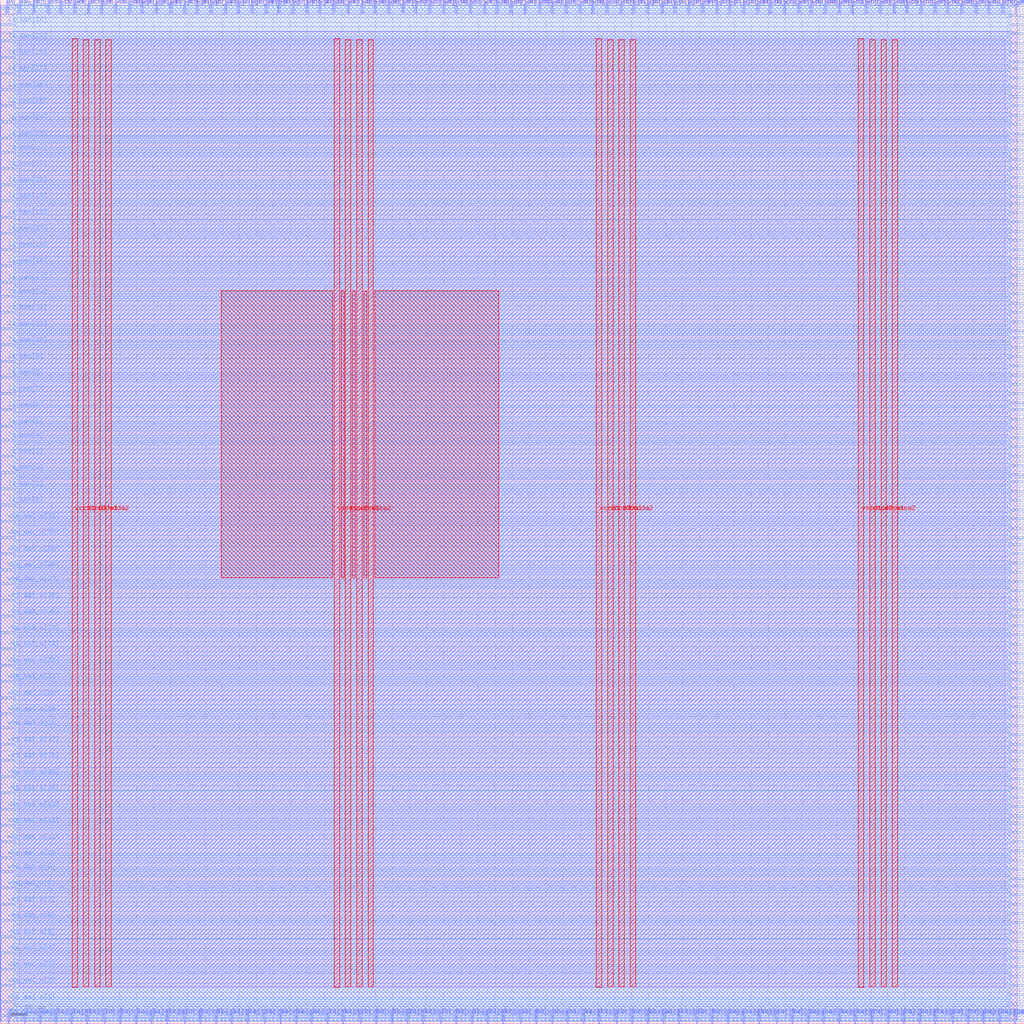
<source format=lef>
VERSION 5.7 ;
  NOWIREEXTENSIONATPIN ON ;
  DIVIDERCHAR "/" ;
  BUSBITCHARS "[]" ;
MACRO wrapped_a51
  CLASS BLOCK ;
  FOREIGN wrapped_a51 ;
  ORIGIN 0.000 0.000 ;
  SIZE 300.000 BY 300.000 ;
  PIN active
    DIRECTION INPUT ;
    USE SIGNAL ;
    PORT
      LAYER met2 ;
        RECT 25.850 296.000 26.130 300.000 ;
    END
  END active
  PIN io_in[0]
    DIRECTION INPUT ;
    USE SIGNAL ;
    PORT
      LAYER met3 ;
        RECT 296.000 0.720 300.000 1.320 ;
    END
  END io_in[0]
  PIN io_in[10]
    DIRECTION INPUT ;
    USE SIGNAL ;
    PORT
      LAYER met3 ;
        RECT 296.000 79.600 300.000 80.200 ;
    END
  END io_in[10]
  PIN io_in[11]
    DIRECTION INPUT ;
    USE SIGNAL ;
    PORT
      LAYER met3 ;
        RECT 296.000 87.080 300.000 87.680 ;
    END
  END io_in[11]
  PIN io_in[12]
    DIRECTION INPUT ;
    USE SIGNAL ;
    PORT
      LAYER met3 ;
        RECT 296.000 95.240 300.000 95.840 ;
    END
  END io_in[12]
  PIN io_in[13]
    DIRECTION INPUT ;
    USE SIGNAL ;
    PORT
      LAYER met3 ;
        RECT 296.000 102.720 300.000 103.320 ;
    END
  END io_in[13]
  PIN io_in[14]
    DIRECTION INPUT ;
    USE SIGNAL ;
    PORT
      LAYER met3 ;
        RECT 296.000 110.880 300.000 111.480 ;
    END
  END io_in[14]
  PIN io_in[15]
    DIRECTION INPUT ;
    USE SIGNAL ;
    PORT
      LAYER met3 ;
        RECT 296.000 119.040 300.000 119.640 ;
    END
  END io_in[15]
  PIN io_in[16]
    DIRECTION INPUT ;
    USE SIGNAL ;
    PORT
      LAYER met3 ;
        RECT 296.000 126.520 300.000 127.120 ;
    END
  END io_in[16]
  PIN io_in[17]
    DIRECTION INPUT ;
    USE SIGNAL ;
    PORT
      LAYER met3 ;
        RECT 296.000 134.680 300.000 135.280 ;
    END
  END io_in[17]
  PIN io_in[18]
    DIRECTION INPUT ;
    USE SIGNAL ;
    PORT
      LAYER met3 ;
        RECT 296.000 142.160 300.000 142.760 ;
    END
  END io_in[18]
  PIN io_in[19]
    DIRECTION INPUT ;
    USE SIGNAL ;
    PORT
      LAYER met3 ;
        RECT 296.000 150.320 300.000 150.920 ;
    END
  END io_in[19]
  PIN io_in[1]
    DIRECTION INPUT ;
    USE SIGNAL ;
    PORT
      LAYER met3 ;
        RECT 296.000 8.200 300.000 8.800 ;
    END
  END io_in[1]
  PIN io_in[20]
    DIRECTION INPUT ;
    USE SIGNAL ;
    PORT
      LAYER met3 ;
        RECT 296.000 158.480 300.000 159.080 ;
    END
  END io_in[20]
  PIN io_in[21]
    DIRECTION INPUT ;
    USE SIGNAL ;
    PORT
      LAYER met3 ;
        RECT 296.000 165.960 300.000 166.560 ;
    END
  END io_in[21]
  PIN io_in[22]
    DIRECTION INPUT ;
    USE SIGNAL ;
    PORT
      LAYER met3 ;
        RECT 296.000 174.120 300.000 174.720 ;
    END
  END io_in[22]
  PIN io_in[23]
    DIRECTION INPUT ;
    USE SIGNAL ;
    PORT
      LAYER met3 ;
        RECT 296.000 181.600 300.000 182.200 ;
    END
  END io_in[23]
  PIN io_in[24]
    DIRECTION INPUT ;
    USE SIGNAL ;
    PORT
      LAYER met3 ;
        RECT 296.000 189.760 300.000 190.360 ;
    END
  END io_in[24]
  PIN io_in[25]
    DIRECTION INPUT ;
    USE SIGNAL ;
    PORT
      LAYER met3 ;
        RECT 296.000 197.920 300.000 198.520 ;
    END
  END io_in[25]
  PIN io_in[26]
    DIRECTION INPUT ;
    USE SIGNAL ;
    PORT
      LAYER met3 ;
        RECT 296.000 205.400 300.000 206.000 ;
    END
  END io_in[26]
  PIN io_in[27]
    DIRECTION INPUT ;
    USE SIGNAL ;
    PORT
      LAYER met3 ;
        RECT 296.000 213.560 300.000 214.160 ;
    END
  END io_in[27]
  PIN io_in[28]
    DIRECTION INPUT ;
    USE SIGNAL ;
    PORT
      LAYER met3 ;
        RECT 296.000 221.040 300.000 221.640 ;
    END
  END io_in[28]
  PIN io_in[29]
    DIRECTION INPUT ;
    USE SIGNAL ;
    PORT
      LAYER met3 ;
        RECT 296.000 229.200 300.000 229.800 ;
    END
  END io_in[29]
  PIN io_in[2]
    DIRECTION INPUT ;
    USE SIGNAL ;
    PORT
      LAYER met3 ;
        RECT 296.000 16.360 300.000 16.960 ;
    END
  END io_in[2]
  PIN io_in[30]
    DIRECTION INPUT ;
    USE SIGNAL ;
    PORT
      LAYER met3 ;
        RECT 296.000 237.360 300.000 237.960 ;
    END
  END io_in[30]
  PIN io_in[31]
    DIRECTION INPUT ;
    USE SIGNAL ;
    PORT
      LAYER met3 ;
        RECT 296.000 244.840 300.000 245.440 ;
    END
  END io_in[31]
  PIN io_in[32]
    DIRECTION INPUT ;
    USE SIGNAL ;
    PORT
      LAYER met3 ;
        RECT 296.000 253.000 300.000 253.600 ;
    END
  END io_in[32]
  PIN io_in[33]
    DIRECTION INPUT ;
    USE SIGNAL ;
    PORT
      LAYER met3 ;
        RECT 296.000 260.480 300.000 261.080 ;
    END
  END io_in[33]
  PIN io_in[34]
    DIRECTION INPUT ;
    USE SIGNAL ;
    PORT
      LAYER met3 ;
        RECT 296.000 268.640 300.000 269.240 ;
    END
  END io_in[34]
  PIN io_in[35]
    DIRECTION INPUT ;
    USE SIGNAL ;
    PORT
      LAYER met3 ;
        RECT 296.000 276.800 300.000 277.400 ;
    END
  END io_in[35]
  PIN io_in[36]
    DIRECTION INPUT ;
    USE SIGNAL ;
    PORT
      LAYER met3 ;
        RECT 296.000 284.280 300.000 284.880 ;
    END
  END io_in[36]
  PIN io_in[37]
    DIRECTION INPUT ;
    USE SIGNAL ;
    PORT
      LAYER met3 ;
        RECT 296.000 292.440 300.000 293.040 ;
    END
  END io_in[37]
  PIN io_in[3]
    DIRECTION INPUT ;
    USE SIGNAL ;
    PORT
      LAYER met3 ;
        RECT 296.000 23.840 300.000 24.440 ;
    END
  END io_in[3]
  PIN io_in[4]
    DIRECTION INPUT ;
    USE SIGNAL ;
    PORT
      LAYER met3 ;
        RECT 296.000 32.000 300.000 32.600 ;
    END
  END io_in[4]
  PIN io_in[5]
    DIRECTION INPUT ;
    USE SIGNAL ;
    PORT
      LAYER met3 ;
        RECT 296.000 40.160 300.000 40.760 ;
    END
  END io_in[5]
  PIN io_in[6]
    DIRECTION INPUT ;
    USE SIGNAL ;
    PORT
      LAYER met3 ;
        RECT 296.000 47.640 300.000 48.240 ;
    END
  END io_in[6]
  PIN io_in[7]
    DIRECTION INPUT ;
    USE SIGNAL ;
    PORT
      LAYER met3 ;
        RECT 296.000 55.800 300.000 56.400 ;
    END
  END io_in[7]
  PIN io_in[8]
    DIRECTION INPUT ;
    USE SIGNAL ;
    PORT
      LAYER met3 ;
        RECT 296.000 63.280 300.000 63.880 ;
    END
  END io_in[8]
  PIN io_in[9]
    DIRECTION INPUT ;
    USE SIGNAL ;
    PORT
      LAYER met3 ;
        RECT 296.000 71.440 300.000 72.040 ;
    END
  END io_in[9]
  PIN io_oeb[0]
    DIRECTION OUTPUT TRISTATE ;
    USE SIGNAL ;
    PORT
      LAYER met3 ;
        RECT 296.000 5.480 300.000 6.080 ;
    END
  END io_oeb[0]
  PIN io_oeb[10]
    DIRECTION OUTPUT TRISTATE ;
    USE SIGNAL ;
    PORT
      LAYER met3 ;
        RECT 296.000 84.360 300.000 84.960 ;
    END
  END io_oeb[10]
  PIN io_oeb[11]
    DIRECTION OUTPUT TRISTATE ;
    USE SIGNAL ;
    PORT
      LAYER met3 ;
        RECT 296.000 92.520 300.000 93.120 ;
    END
  END io_oeb[11]
  PIN io_oeb[12]
    DIRECTION OUTPUT TRISTATE ;
    USE SIGNAL ;
    PORT
      LAYER met3 ;
        RECT 296.000 100.680 300.000 101.280 ;
    END
  END io_oeb[12]
  PIN io_oeb[13]
    DIRECTION OUTPUT TRISTATE ;
    USE SIGNAL ;
    PORT
      LAYER met3 ;
        RECT 296.000 108.160 300.000 108.760 ;
    END
  END io_oeb[13]
  PIN io_oeb[14]
    DIRECTION OUTPUT TRISTATE ;
    USE SIGNAL ;
    PORT
      LAYER met3 ;
        RECT 296.000 116.320 300.000 116.920 ;
    END
  END io_oeb[14]
  PIN io_oeb[15]
    DIRECTION OUTPUT TRISTATE ;
    USE SIGNAL ;
    PORT
      LAYER met3 ;
        RECT 296.000 123.800 300.000 124.400 ;
    END
  END io_oeb[15]
  PIN io_oeb[16]
    DIRECTION OUTPUT TRISTATE ;
    USE SIGNAL ;
    PORT
      LAYER met3 ;
        RECT 296.000 131.960 300.000 132.560 ;
    END
  END io_oeb[16]
  PIN io_oeb[17]
    DIRECTION OUTPUT TRISTATE ;
    USE SIGNAL ;
    PORT
      LAYER met3 ;
        RECT 296.000 140.120 300.000 140.720 ;
    END
  END io_oeb[17]
  PIN io_oeb[18]
    DIRECTION OUTPUT TRISTATE ;
    USE SIGNAL ;
    PORT
      LAYER met3 ;
        RECT 296.000 147.600 300.000 148.200 ;
    END
  END io_oeb[18]
  PIN io_oeb[19]
    DIRECTION OUTPUT TRISTATE ;
    USE SIGNAL ;
    PORT
      LAYER met3 ;
        RECT 296.000 155.760 300.000 156.360 ;
    END
  END io_oeb[19]
  PIN io_oeb[1]
    DIRECTION OUTPUT TRISTATE ;
    USE SIGNAL ;
    PORT
      LAYER met3 ;
        RECT 296.000 13.640 300.000 14.240 ;
    END
  END io_oeb[1]
  PIN io_oeb[20]
    DIRECTION OUTPUT TRISTATE ;
    USE SIGNAL ;
    PORT
      LAYER met3 ;
        RECT 296.000 163.240 300.000 163.840 ;
    END
  END io_oeb[20]
  PIN io_oeb[21]
    DIRECTION OUTPUT TRISTATE ;
    USE SIGNAL ;
    PORT
      LAYER met3 ;
        RECT 296.000 171.400 300.000 172.000 ;
    END
  END io_oeb[21]
  PIN io_oeb[22]
    DIRECTION OUTPUT TRISTATE ;
    USE SIGNAL ;
    PORT
      LAYER met3 ;
        RECT 296.000 179.560 300.000 180.160 ;
    END
  END io_oeb[22]
  PIN io_oeb[23]
    DIRECTION OUTPUT TRISTATE ;
    USE SIGNAL ;
    PORT
      LAYER met3 ;
        RECT 296.000 187.040 300.000 187.640 ;
    END
  END io_oeb[23]
  PIN io_oeb[24]
    DIRECTION OUTPUT TRISTATE ;
    USE SIGNAL ;
    PORT
      LAYER met3 ;
        RECT 296.000 195.200 300.000 195.800 ;
    END
  END io_oeb[24]
  PIN io_oeb[25]
    DIRECTION OUTPUT TRISTATE ;
    USE SIGNAL ;
    PORT
      LAYER met3 ;
        RECT 296.000 202.680 300.000 203.280 ;
    END
  END io_oeb[25]
  PIN io_oeb[26]
    DIRECTION OUTPUT TRISTATE ;
    USE SIGNAL ;
    PORT
      LAYER met3 ;
        RECT 296.000 210.840 300.000 211.440 ;
    END
  END io_oeb[26]
  PIN io_oeb[27]
    DIRECTION OUTPUT TRISTATE ;
    USE SIGNAL ;
    PORT
      LAYER met3 ;
        RECT 296.000 219.000 300.000 219.600 ;
    END
  END io_oeb[27]
  PIN io_oeb[28]
    DIRECTION OUTPUT TRISTATE ;
    USE SIGNAL ;
    PORT
      LAYER met3 ;
        RECT 296.000 226.480 300.000 227.080 ;
    END
  END io_oeb[28]
  PIN io_oeb[29]
    DIRECTION OUTPUT TRISTATE ;
    USE SIGNAL ;
    PORT
      LAYER met3 ;
        RECT 296.000 234.640 300.000 235.240 ;
    END
  END io_oeb[29]
  PIN io_oeb[2]
    DIRECTION OUTPUT TRISTATE ;
    USE SIGNAL ;
    PORT
      LAYER met3 ;
        RECT 296.000 21.120 300.000 21.720 ;
    END
  END io_oeb[2]
  PIN io_oeb[30]
    DIRECTION OUTPUT TRISTATE ;
    USE SIGNAL ;
    PORT
      LAYER met3 ;
        RECT 296.000 242.120 300.000 242.720 ;
    END
  END io_oeb[30]
  PIN io_oeb[31]
    DIRECTION OUTPUT TRISTATE ;
    USE SIGNAL ;
    PORT
      LAYER met3 ;
        RECT 296.000 250.280 300.000 250.880 ;
    END
  END io_oeb[31]
  PIN io_oeb[32]
    DIRECTION OUTPUT TRISTATE ;
    USE SIGNAL ;
    PORT
      LAYER met3 ;
        RECT 296.000 258.440 300.000 259.040 ;
    END
  END io_oeb[32]
  PIN io_oeb[33]
    DIRECTION OUTPUT TRISTATE ;
    USE SIGNAL ;
    PORT
      LAYER met3 ;
        RECT 296.000 265.920 300.000 266.520 ;
    END
  END io_oeb[33]
  PIN io_oeb[34]
    DIRECTION OUTPUT TRISTATE ;
    USE SIGNAL ;
    PORT
      LAYER met3 ;
        RECT 296.000 274.080 300.000 274.680 ;
    END
  END io_oeb[34]
  PIN io_oeb[35]
    DIRECTION OUTPUT TRISTATE ;
    USE SIGNAL ;
    PORT
      LAYER met3 ;
        RECT 296.000 281.560 300.000 282.160 ;
    END
  END io_oeb[35]
  PIN io_oeb[36]
    DIRECTION OUTPUT TRISTATE ;
    USE SIGNAL ;
    PORT
      LAYER met3 ;
        RECT 296.000 289.720 300.000 290.320 ;
    END
  END io_oeb[36]
  PIN io_oeb[37]
    DIRECTION OUTPUT TRISTATE ;
    USE SIGNAL ;
    PORT
      LAYER met3 ;
        RECT 296.000 297.880 300.000 298.480 ;
    END
  END io_oeb[37]
  PIN io_oeb[3]
    DIRECTION OUTPUT TRISTATE ;
    USE SIGNAL ;
    PORT
      LAYER met3 ;
        RECT 296.000 29.280 300.000 29.880 ;
    END
  END io_oeb[3]
  PIN io_oeb[4]
    DIRECTION OUTPUT TRISTATE ;
    USE SIGNAL ;
    PORT
      LAYER met3 ;
        RECT 296.000 37.440 300.000 38.040 ;
    END
  END io_oeb[4]
  PIN io_oeb[5]
    DIRECTION OUTPUT TRISTATE ;
    USE SIGNAL ;
    PORT
      LAYER met3 ;
        RECT 296.000 44.920 300.000 45.520 ;
    END
  END io_oeb[5]
  PIN io_oeb[6]
    DIRECTION OUTPUT TRISTATE ;
    USE SIGNAL ;
    PORT
      LAYER met3 ;
        RECT 296.000 53.080 300.000 53.680 ;
    END
  END io_oeb[6]
  PIN io_oeb[7]
    DIRECTION OUTPUT TRISTATE ;
    USE SIGNAL ;
    PORT
      LAYER met3 ;
        RECT 296.000 60.560 300.000 61.160 ;
    END
  END io_oeb[7]
  PIN io_oeb[8]
    DIRECTION OUTPUT TRISTATE ;
    USE SIGNAL ;
    PORT
      LAYER met3 ;
        RECT 296.000 68.720 300.000 69.320 ;
    END
  END io_oeb[8]
  PIN io_oeb[9]
    DIRECTION OUTPUT TRISTATE ;
    USE SIGNAL ;
    PORT
      LAYER met3 ;
        RECT 296.000 76.880 300.000 77.480 ;
    END
  END io_oeb[9]
  PIN io_out[0]
    DIRECTION OUTPUT TRISTATE ;
    USE SIGNAL ;
    PORT
      LAYER met3 ;
        RECT 296.000 2.760 300.000 3.360 ;
    END
  END io_out[0]
  PIN io_out[10]
    DIRECTION OUTPUT TRISTATE ;
    USE SIGNAL ;
    PORT
      LAYER met3 ;
        RECT 296.000 81.640 300.000 82.240 ;
    END
  END io_out[10]
  PIN io_out[11]
    DIRECTION OUTPUT TRISTATE ;
    USE SIGNAL ;
    PORT
      LAYER met3 ;
        RECT 296.000 89.800 300.000 90.400 ;
    END
  END io_out[11]
  PIN io_out[12]
    DIRECTION OUTPUT TRISTATE ;
    USE SIGNAL ;
    PORT
      LAYER met3 ;
        RECT 296.000 97.960 300.000 98.560 ;
    END
  END io_out[12]
  PIN io_out[13]
    DIRECTION OUTPUT TRISTATE ;
    USE SIGNAL ;
    PORT
      LAYER met3 ;
        RECT 296.000 105.440 300.000 106.040 ;
    END
  END io_out[13]
  PIN io_out[14]
    DIRECTION OUTPUT TRISTATE ;
    USE SIGNAL ;
    PORT
      LAYER met3 ;
        RECT 296.000 113.600 300.000 114.200 ;
    END
  END io_out[14]
  PIN io_out[15]
    DIRECTION OUTPUT TRISTATE ;
    USE SIGNAL ;
    PORT
      LAYER met3 ;
        RECT 296.000 121.080 300.000 121.680 ;
    END
  END io_out[15]
  PIN io_out[16]
    DIRECTION OUTPUT TRISTATE ;
    USE SIGNAL ;
    PORT
      LAYER met3 ;
        RECT 296.000 129.240 300.000 129.840 ;
    END
  END io_out[16]
  PIN io_out[17]
    DIRECTION OUTPUT TRISTATE ;
    USE SIGNAL ;
    PORT
      LAYER met3 ;
        RECT 296.000 137.400 300.000 138.000 ;
    END
  END io_out[17]
  PIN io_out[18]
    DIRECTION OUTPUT TRISTATE ;
    USE SIGNAL ;
    PORT
      LAYER met3 ;
        RECT 296.000 144.880 300.000 145.480 ;
    END
  END io_out[18]
  PIN io_out[19]
    DIRECTION OUTPUT TRISTATE ;
    USE SIGNAL ;
    PORT
      LAYER met3 ;
        RECT 296.000 153.040 300.000 153.640 ;
    END
  END io_out[19]
  PIN io_out[1]
    DIRECTION OUTPUT TRISTATE ;
    USE SIGNAL ;
    PORT
      LAYER met3 ;
        RECT 296.000 10.920 300.000 11.520 ;
    END
  END io_out[1]
  PIN io_out[20]
    DIRECTION OUTPUT TRISTATE ;
    USE SIGNAL ;
    PORT
      LAYER met3 ;
        RECT 296.000 160.520 300.000 161.120 ;
    END
  END io_out[20]
  PIN io_out[21]
    DIRECTION OUTPUT TRISTATE ;
    USE SIGNAL ;
    PORT
      LAYER met3 ;
        RECT 296.000 168.680 300.000 169.280 ;
    END
  END io_out[21]
  PIN io_out[22]
    DIRECTION OUTPUT TRISTATE ;
    USE SIGNAL ;
    PORT
      LAYER met3 ;
        RECT 296.000 176.840 300.000 177.440 ;
    END
  END io_out[22]
  PIN io_out[23]
    DIRECTION OUTPUT TRISTATE ;
    USE SIGNAL ;
    PORT
      LAYER met3 ;
        RECT 296.000 184.320 300.000 184.920 ;
    END
  END io_out[23]
  PIN io_out[24]
    DIRECTION OUTPUT TRISTATE ;
    USE SIGNAL ;
    PORT
      LAYER met3 ;
        RECT 296.000 192.480 300.000 193.080 ;
    END
  END io_out[24]
  PIN io_out[25]
    DIRECTION OUTPUT TRISTATE ;
    USE SIGNAL ;
    PORT
      LAYER met3 ;
        RECT 296.000 200.640 300.000 201.240 ;
    END
  END io_out[25]
  PIN io_out[26]
    DIRECTION OUTPUT TRISTATE ;
    USE SIGNAL ;
    PORT
      LAYER met3 ;
        RECT 296.000 208.120 300.000 208.720 ;
    END
  END io_out[26]
  PIN io_out[27]
    DIRECTION OUTPUT TRISTATE ;
    USE SIGNAL ;
    PORT
      LAYER met3 ;
        RECT 296.000 216.280 300.000 216.880 ;
    END
  END io_out[27]
  PIN io_out[28]
    DIRECTION OUTPUT TRISTATE ;
    USE SIGNAL ;
    PORT
      LAYER met3 ;
        RECT 296.000 223.760 300.000 224.360 ;
    END
  END io_out[28]
  PIN io_out[29]
    DIRECTION OUTPUT TRISTATE ;
    USE SIGNAL ;
    PORT
      LAYER met3 ;
        RECT 296.000 231.920 300.000 232.520 ;
    END
  END io_out[29]
  PIN io_out[2]
    DIRECTION OUTPUT TRISTATE ;
    USE SIGNAL ;
    PORT
      LAYER met3 ;
        RECT 296.000 19.080 300.000 19.680 ;
    END
  END io_out[2]
  PIN io_out[30]
    DIRECTION OUTPUT TRISTATE ;
    USE SIGNAL ;
    PORT
      LAYER met3 ;
        RECT 296.000 240.080 300.000 240.680 ;
    END
  END io_out[30]
  PIN io_out[31]
    DIRECTION OUTPUT TRISTATE ;
    USE SIGNAL ;
    PORT
      LAYER met3 ;
        RECT 296.000 247.560 300.000 248.160 ;
    END
  END io_out[31]
  PIN io_out[32]
    DIRECTION OUTPUT TRISTATE ;
    USE SIGNAL ;
    PORT
      LAYER met3 ;
        RECT 296.000 255.720 300.000 256.320 ;
    END
  END io_out[32]
  PIN io_out[33]
    DIRECTION OUTPUT TRISTATE ;
    USE SIGNAL ;
    PORT
      LAYER met3 ;
        RECT 296.000 263.200 300.000 263.800 ;
    END
  END io_out[33]
  PIN io_out[34]
    DIRECTION OUTPUT TRISTATE ;
    USE SIGNAL ;
    PORT
      LAYER met3 ;
        RECT 296.000 271.360 300.000 271.960 ;
    END
  END io_out[34]
  PIN io_out[35]
    DIRECTION OUTPUT TRISTATE ;
    USE SIGNAL ;
    PORT
      LAYER met3 ;
        RECT 296.000 279.520 300.000 280.120 ;
    END
  END io_out[35]
  PIN io_out[36]
    DIRECTION OUTPUT TRISTATE ;
    USE SIGNAL ;
    PORT
      LAYER met3 ;
        RECT 296.000 287.000 300.000 287.600 ;
    END
  END io_out[36]
  PIN io_out[37]
    DIRECTION OUTPUT TRISTATE ;
    USE SIGNAL ;
    PORT
      LAYER met3 ;
        RECT 296.000 295.160 300.000 295.760 ;
    END
  END io_out[37]
  PIN io_out[3]
    DIRECTION OUTPUT TRISTATE ;
    USE SIGNAL ;
    PORT
      LAYER met3 ;
        RECT 296.000 26.560 300.000 27.160 ;
    END
  END io_out[3]
  PIN io_out[4]
    DIRECTION OUTPUT TRISTATE ;
    USE SIGNAL ;
    PORT
      LAYER met3 ;
        RECT 296.000 34.720 300.000 35.320 ;
    END
  END io_out[4]
  PIN io_out[5]
    DIRECTION OUTPUT TRISTATE ;
    USE SIGNAL ;
    PORT
      LAYER met3 ;
        RECT 296.000 42.200 300.000 42.800 ;
    END
  END io_out[5]
  PIN io_out[6]
    DIRECTION OUTPUT TRISTATE ;
    USE SIGNAL ;
    PORT
      LAYER met3 ;
        RECT 296.000 50.360 300.000 50.960 ;
    END
  END io_out[6]
  PIN io_out[7]
    DIRECTION OUTPUT TRISTATE ;
    USE SIGNAL ;
    PORT
      LAYER met3 ;
        RECT 296.000 58.520 300.000 59.120 ;
    END
  END io_out[7]
  PIN io_out[8]
    DIRECTION OUTPUT TRISTATE ;
    USE SIGNAL ;
    PORT
      LAYER met3 ;
        RECT 296.000 66.000 300.000 66.600 ;
    END
  END io_out[8]
  PIN io_out[9]
    DIRECTION OUTPUT TRISTATE ;
    USE SIGNAL ;
    PORT
      LAYER met3 ;
        RECT 296.000 74.160 300.000 74.760 ;
    END
  END io_out[9]
  PIN la_data_in[0]
    DIRECTION INPUT ;
    USE SIGNAL ;
    PORT
      LAYER met2 ;
        RECT 2.390 0.000 2.670 4.000 ;
    END
  END la_data_in[0]
  PIN la_data_in[10]
    DIRECTION INPUT ;
    USE SIGNAL ;
    PORT
      LAYER met2 ;
        RECT 48.850 0.000 49.130 4.000 ;
    END
  END la_data_in[10]
  PIN la_data_in[11]
    DIRECTION INPUT ;
    USE SIGNAL ;
    PORT
      LAYER met2 ;
        RECT 53.910 0.000 54.190 4.000 ;
    END
  END la_data_in[11]
  PIN la_data_in[12]
    DIRECTION INPUT ;
    USE SIGNAL ;
    PORT
      LAYER met2 ;
        RECT 58.510 0.000 58.790 4.000 ;
    END
  END la_data_in[12]
  PIN la_data_in[13]
    DIRECTION INPUT ;
    USE SIGNAL ;
    PORT
      LAYER met2 ;
        RECT 63.110 0.000 63.390 4.000 ;
    END
  END la_data_in[13]
  PIN la_data_in[14]
    DIRECTION INPUT ;
    USE SIGNAL ;
    PORT
      LAYER met2 ;
        RECT 67.710 0.000 67.990 4.000 ;
    END
  END la_data_in[14]
  PIN la_data_in[15]
    DIRECTION INPUT ;
    USE SIGNAL ;
    PORT
      LAYER met2 ;
        RECT 72.310 0.000 72.590 4.000 ;
    END
  END la_data_in[15]
  PIN la_data_in[16]
    DIRECTION INPUT ;
    USE SIGNAL ;
    PORT
      LAYER met2 ;
        RECT 77.370 0.000 77.650 4.000 ;
    END
  END la_data_in[16]
  PIN la_data_in[17]
    DIRECTION INPUT ;
    USE SIGNAL ;
    PORT
      LAYER met2 ;
        RECT 81.970 0.000 82.250 4.000 ;
    END
  END la_data_in[17]
  PIN la_data_in[18]
    DIRECTION INPUT ;
    USE SIGNAL ;
    PORT
      LAYER met2 ;
        RECT 86.570 0.000 86.850 4.000 ;
    END
  END la_data_in[18]
  PIN la_data_in[19]
    DIRECTION INPUT ;
    USE SIGNAL ;
    PORT
      LAYER met2 ;
        RECT 91.170 0.000 91.450 4.000 ;
    END
  END la_data_in[19]
  PIN la_data_in[1]
    DIRECTION INPUT ;
    USE SIGNAL ;
    PORT
      LAYER met2 ;
        RECT 6.990 0.000 7.270 4.000 ;
    END
  END la_data_in[1]
  PIN la_data_in[20]
    DIRECTION INPUT ;
    USE SIGNAL ;
    PORT
      LAYER met2 ;
        RECT 95.770 0.000 96.050 4.000 ;
    END
  END la_data_in[20]
  PIN la_data_in[21]
    DIRECTION INPUT ;
    USE SIGNAL ;
    PORT
      LAYER met2 ;
        RECT 100.370 0.000 100.650 4.000 ;
    END
  END la_data_in[21]
  PIN la_data_in[22]
    DIRECTION INPUT ;
    USE SIGNAL ;
    PORT
      LAYER met2 ;
        RECT 105.430 0.000 105.710 4.000 ;
    END
  END la_data_in[22]
  PIN la_data_in[23]
    DIRECTION INPUT ;
    USE SIGNAL ;
    PORT
      LAYER met2 ;
        RECT 110.030 0.000 110.310 4.000 ;
    END
  END la_data_in[23]
  PIN la_data_in[24]
    DIRECTION INPUT ;
    USE SIGNAL ;
    PORT
      LAYER met2 ;
        RECT 114.630 0.000 114.910 4.000 ;
    END
  END la_data_in[24]
  PIN la_data_in[25]
    DIRECTION INPUT ;
    USE SIGNAL ;
    PORT
      LAYER met2 ;
        RECT 119.230 0.000 119.510 4.000 ;
    END
  END la_data_in[25]
  PIN la_data_in[26]
    DIRECTION INPUT ;
    USE SIGNAL ;
    PORT
      LAYER met2 ;
        RECT 123.830 0.000 124.110 4.000 ;
    END
  END la_data_in[26]
  PIN la_data_in[27]
    DIRECTION INPUT ;
    USE SIGNAL ;
    PORT
      LAYER met2 ;
        RECT 128.890 0.000 129.170 4.000 ;
    END
  END la_data_in[27]
  PIN la_data_in[28]
    DIRECTION INPUT ;
    USE SIGNAL ;
    PORT
      LAYER met2 ;
        RECT 133.490 0.000 133.770 4.000 ;
    END
  END la_data_in[28]
  PIN la_data_in[29]
    DIRECTION INPUT ;
    USE SIGNAL ;
    PORT
      LAYER met2 ;
        RECT 138.090 0.000 138.370 4.000 ;
    END
  END la_data_in[29]
  PIN la_data_in[2]
    DIRECTION INPUT ;
    USE SIGNAL ;
    PORT
      LAYER met2 ;
        RECT 11.590 0.000 11.870 4.000 ;
    END
  END la_data_in[2]
  PIN la_data_in[30]
    DIRECTION INPUT ;
    USE SIGNAL ;
    PORT
      LAYER met2 ;
        RECT 142.690 0.000 142.970 4.000 ;
    END
  END la_data_in[30]
  PIN la_data_in[31]
    DIRECTION INPUT ;
    USE SIGNAL ;
    PORT
      LAYER met2 ;
        RECT 147.290 0.000 147.570 4.000 ;
    END
  END la_data_in[31]
  PIN la_data_in[3]
    DIRECTION INPUT ;
    USE SIGNAL ;
    PORT
      LAYER met2 ;
        RECT 16.190 0.000 16.470 4.000 ;
    END
  END la_data_in[3]
  PIN la_data_in[4]
    DIRECTION INPUT ;
    USE SIGNAL ;
    PORT
      LAYER met2 ;
        RECT 20.790 0.000 21.070 4.000 ;
    END
  END la_data_in[4]
  PIN la_data_in[5]
    DIRECTION INPUT ;
    USE SIGNAL ;
    PORT
      LAYER met2 ;
        RECT 25.390 0.000 25.670 4.000 ;
    END
  END la_data_in[5]
  PIN la_data_in[6]
    DIRECTION INPUT ;
    USE SIGNAL ;
    PORT
      LAYER met2 ;
        RECT 30.450 0.000 30.730 4.000 ;
    END
  END la_data_in[6]
  PIN la_data_in[7]
    DIRECTION INPUT ;
    USE SIGNAL ;
    PORT
      LAYER met2 ;
        RECT 35.050 0.000 35.330 4.000 ;
    END
  END la_data_in[7]
  PIN la_data_in[8]
    DIRECTION INPUT ;
    USE SIGNAL ;
    PORT
      LAYER met2 ;
        RECT 39.650 0.000 39.930 4.000 ;
    END
  END la_data_in[8]
  PIN la_data_in[9]
    DIRECTION INPUT ;
    USE SIGNAL ;
    PORT
      LAYER met2 ;
        RECT 44.250 0.000 44.530 4.000 ;
    END
  END la_data_in[9]
  PIN la_data_out[0]
    DIRECTION OUTPUT TRISTATE ;
    USE SIGNAL ;
    PORT
      LAYER met2 ;
        RECT 152.350 0.000 152.630 4.000 ;
    END
  END la_data_out[0]
  PIN la_data_out[10]
    DIRECTION OUTPUT TRISTATE ;
    USE SIGNAL ;
    PORT
      LAYER met2 ;
        RECT 198.810 0.000 199.090 4.000 ;
    END
  END la_data_out[10]
  PIN la_data_out[11]
    DIRECTION OUTPUT TRISTATE ;
    USE SIGNAL ;
    PORT
      LAYER met2 ;
        RECT 203.870 0.000 204.150 4.000 ;
    END
  END la_data_out[11]
  PIN la_data_out[12]
    DIRECTION OUTPUT TRISTATE ;
    USE SIGNAL ;
    PORT
      LAYER met2 ;
        RECT 208.470 0.000 208.750 4.000 ;
    END
  END la_data_out[12]
  PIN la_data_out[13]
    DIRECTION OUTPUT TRISTATE ;
    USE SIGNAL ;
    PORT
      LAYER met2 ;
        RECT 213.070 0.000 213.350 4.000 ;
    END
  END la_data_out[13]
  PIN la_data_out[14]
    DIRECTION OUTPUT TRISTATE ;
    USE SIGNAL ;
    PORT
      LAYER met2 ;
        RECT 217.670 0.000 217.950 4.000 ;
    END
  END la_data_out[14]
  PIN la_data_out[15]
    DIRECTION OUTPUT TRISTATE ;
    USE SIGNAL ;
    PORT
      LAYER met2 ;
        RECT 222.270 0.000 222.550 4.000 ;
    END
  END la_data_out[15]
  PIN la_data_out[16]
    DIRECTION OUTPUT TRISTATE ;
    USE SIGNAL ;
    PORT
      LAYER met2 ;
        RECT 227.330 0.000 227.610 4.000 ;
    END
  END la_data_out[16]
  PIN la_data_out[17]
    DIRECTION OUTPUT TRISTATE ;
    USE SIGNAL ;
    PORT
      LAYER met2 ;
        RECT 231.930 0.000 232.210 4.000 ;
    END
  END la_data_out[17]
  PIN la_data_out[18]
    DIRECTION OUTPUT TRISTATE ;
    USE SIGNAL ;
    PORT
      LAYER met2 ;
        RECT 236.530 0.000 236.810 4.000 ;
    END
  END la_data_out[18]
  PIN la_data_out[19]
    DIRECTION OUTPUT TRISTATE ;
    USE SIGNAL ;
    PORT
      LAYER met2 ;
        RECT 241.130 0.000 241.410 4.000 ;
    END
  END la_data_out[19]
  PIN la_data_out[1]
    DIRECTION OUTPUT TRISTATE ;
    USE SIGNAL ;
    PORT
      LAYER met2 ;
        RECT 156.950 0.000 157.230 4.000 ;
    END
  END la_data_out[1]
  PIN la_data_out[20]
    DIRECTION OUTPUT TRISTATE ;
    USE SIGNAL ;
    PORT
      LAYER met2 ;
        RECT 245.730 0.000 246.010 4.000 ;
    END
  END la_data_out[20]
  PIN la_data_out[21]
    DIRECTION OUTPUT TRISTATE ;
    USE SIGNAL ;
    PORT
      LAYER met2 ;
        RECT 250.330 0.000 250.610 4.000 ;
    END
  END la_data_out[21]
  PIN la_data_out[22]
    DIRECTION OUTPUT TRISTATE ;
    USE SIGNAL ;
    PORT
      LAYER met2 ;
        RECT 255.390 0.000 255.670 4.000 ;
    END
  END la_data_out[22]
  PIN la_data_out[23]
    DIRECTION OUTPUT TRISTATE ;
    USE SIGNAL ;
    PORT
      LAYER met2 ;
        RECT 259.990 0.000 260.270 4.000 ;
    END
  END la_data_out[23]
  PIN la_data_out[24]
    DIRECTION OUTPUT TRISTATE ;
    USE SIGNAL ;
    PORT
      LAYER met2 ;
        RECT 264.590 0.000 264.870 4.000 ;
    END
  END la_data_out[24]
  PIN la_data_out[25]
    DIRECTION OUTPUT TRISTATE ;
    USE SIGNAL ;
    PORT
      LAYER met2 ;
        RECT 269.190 0.000 269.470 4.000 ;
    END
  END la_data_out[25]
  PIN la_data_out[26]
    DIRECTION OUTPUT TRISTATE ;
    USE SIGNAL ;
    PORT
      LAYER met2 ;
        RECT 273.790 0.000 274.070 4.000 ;
    END
  END la_data_out[26]
  PIN la_data_out[27]
    DIRECTION OUTPUT TRISTATE ;
    USE SIGNAL ;
    PORT
      LAYER met2 ;
        RECT 278.850 0.000 279.130 4.000 ;
    END
  END la_data_out[27]
  PIN la_data_out[28]
    DIRECTION OUTPUT TRISTATE ;
    USE SIGNAL ;
    PORT
      LAYER met2 ;
        RECT 283.450 0.000 283.730 4.000 ;
    END
  END la_data_out[28]
  PIN la_data_out[29]
    DIRECTION OUTPUT TRISTATE ;
    USE SIGNAL ;
    PORT
      LAYER met2 ;
        RECT 288.050 0.000 288.330 4.000 ;
    END
  END la_data_out[29]
  PIN la_data_out[2]
    DIRECTION OUTPUT TRISTATE ;
    USE SIGNAL ;
    PORT
      LAYER met2 ;
        RECT 161.550 0.000 161.830 4.000 ;
    END
  END la_data_out[2]
  PIN la_data_out[30]
    DIRECTION OUTPUT TRISTATE ;
    USE SIGNAL ;
    PORT
      LAYER met2 ;
        RECT 292.650 0.000 292.930 4.000 ;
    END
  END la_data_out[30]
  PIN la_data_out[31]
    DIRECTION OUTPUT TRISTATE ;
    USE SIGNAL ;
    PORT
      LAYER met2 ;
        RECT 297.250 0.000 297.530 4.000 ;
    END
  END la_data_out[31]
  PIN la_data_out[3]
    DIRECTION OUTPUT TRISTATE ;
    USE SIGNAL ;
    PORT
      LAYER met2 ;
        RECT 166.150 0.000 166.430 4.000 ;
    END
  END la_data_out[3]
  PIN la_data_out[4]
    DIRECTION OUTPUT TRISTATE ;
    USE SIGNAL ;
    PORT
      LAYER met2 ;
        RECT 170.750 0.000 171.030 4.000 ;
    END
  END la_data_out[4]
  PIN la_data_out[5]
    DIRECTION OUTPUT TRISTATE ;
    USE SIGNAL ;
    PORT
      LAYER met2 ;
        RECT 175.350 0.000 175.630 4.000 ;
    END
  END la_data_out[5]
  PIN la_data_out[6]
    DIRECTION OUTPUT TRISTATE ;
    USE SIGNAL ;
    PORT
      LAYER met2 ;
        RECT 180.410 0.000 180.690 4.000 ;
    END
  END la_data_out[6]
  PIN la_data_out[7]
    DIRECTION OUTPUT TRISTATE ;
    USE SIGNAL ;
    PORT
      LAYER met2 ;
        RECT 185.010 0.000 185.290 4.000 ;
    END
  END la_data_out[7]
  PIN la_data_out[8]
    DIRECTION OUTPUT TRISTATE ;
    USE SIGNAL ;
    PORT
      LAYER met2 ;
        RECT 189.610 0.000 189.890 4.000 ;
    END
  END la_data_out[8]
  PIN la_data_out[9]
    DIRECTION OUTPUT TRISTATE ;
    USE SIGNAL ;
    PORT
      LAYER met2 ;
        RECT 194.210 0.000 194.490 4.000 ;
    END
  END la_data_out[9]
  PIN la_oen[0]
    DIRECTION INPUT ;
    USE SIGNAL ;
    PORT
      LAYER met3 ;
        RECT 0.000 151.680 4.000 152.280 ;
    END
  END la_oen[0]
  PIN la_oen[10]
    DIRECTION INPUT ;
    USE SIGNAL ;
    PORT
      LAYER met3 ;
        RECT 0.000 198.600 4.000 199.200 ;
    END
  END la_oen[10]
  PIN la_oen[11]
    DIRECTION INPUT ;
    USE SIGNAL ;
    PORT
      LAYER met3 ;
        RECT 0.000 203.360 4.000 203.960 ;
    END
  END la_oen[11]
  PIN la_oen[12]
    DIRECTION INPUT ;
    USE SIGNAL ;
    PORT
      LAYER met3 ;
        RECT 0.000 208.120 4.000 208.720 ;
    END
  END la_oen[12]
  PIN la_oen[13]
    DIRECTION INPUT ;
    USE SIGNAL ;
    PORT
      LAYER met3 ;
        RECT 0.000 212.880 4.000 213.480 ;
    END
  END la_oen[13]
  PIN la_oen[14]
    DIRECTION INPUT ;
    USE SIGNAL ;
    PORT
      LAYER met3 ;
        RECT 0.000 216.960 4.000 217.560 ;
    END
  END la_oen[14]
  PIN la_oen[15]
    DIRECTION INPUT ;
    USE SIGNAL ;
    PORT
      LAYER met3 ;
        RECT 0.000 221.720 4.000 222.320 ;
    END
  END la_oen[15]
  PIN la_oen[16]
    DIRECTION INPUT ;
    USE SIGNAL ;
    PORT
      LAYER met3 ;
        RECT 0.000 226.480 4.000 227.080 ;
    END
  END la_oen[16]
  PIN la_oen[17]
    DIRECTION INPUT ;
    USE SIGNAL ;
    PORT
      LAYER met3 ;
        RECT 0.000 231.240 4.000 231.840 ;
    END
  END la_oen[17]
  PIN la_oen[18]
    DIRECTION INPUT ;
    USE SIGNAL ;
    PORT
      LAYER met3 ;
        RECT 0.000 236.000 4.000 236.600 ;
    END
  END la_oen[18]
  PIN la_oen[19]
    DIRECTION INPUT ;
    USE SIGNAL ;
    PORT
      LAYER met3 ;
        RECT 0.000 240.760 4.000 241.360 ;
    END
  END la_oen[19]
  PIN la_oen[1]
    DIRECTION INPUT ;
    USE SIGNAL ;
    PORT
      LAYER met3 ;
        RECT 0.000 156.440 4.000 157.040 ;
    END
  END la_oen[1]
  PIN la_oen[20]
    DIRECTION INPUT ;
    USE SIGNAL ;
    PORT
      LAYER met3 ;
        RECT 0.000 245.520 4.000 246.120 ;
    END
  END la_oen[20]
  PIN la_oen[21]
    DIRECTION INPUT ;
    USE SIGNAL ;
    PORT
      LAYER met3 ;
        RECT 0.000 250.280 4.000 250.880 ;
    END
  END la_oen[21]
  PIN la_oen[22]
    DIRECTION INPUT ;
    USE SIGNAL ;
    PORT
      LAYER met3 ;
        RECT 0.000 255.040 4.000 255.640 ;
    END
  END la_oen[22]
  PIN la_oen[23]
    DIRECTION INPUT ;
    USE SIGNAL ;
    PORT
      LAYER met3 ;
        RECT 0.000 259.120 4.000 259.720 ;
    END
  END la_oen[23]
  PIN la_oen[24]
    DIRECTION INPUT ;
    USE SIGNAL ;
    PORT
      LAYER met3 ;
        RECT 0.000 263.880 4.000 264.480 ;
    END
  END la_oen[24]
  PIN la_oen[25]
    DIRECTION INPUT ;
    USE SIGNAL ;
    PORT
      LAYER met3 ;
        RECT 0.000 268.640 4.000 269.240 ;
    END
  END la_oen[25]
  PIN la_oen[26]
    DIRECTION INPUT ;
    USE SIGNAL ;
    PORT
      LAYER met3 ;
        RECT 0.000 273.400 4.000 274.000 ;
    END
  END la_oen[26]
  PIN la_oen[27]
    DIRECTION INPUT ;
    USE SIGNAL ;
    PORT
      LAYER met3 ;
        RECT 0.000 278.160 4.000 278.760 ;
    END
  END la_oen[27]
  PIN la_oen[28]
    DIRECTION INPUT ;
    USE SIGNAL ;
    PORT
      LAYER met3 ;
        RECT 0.000 282.920 4.000 283.520 ;
    END
  END la_oen[28]
  PIN la_oen[29]
    DIRECTION INPUT ;
    USE SIGNAL ;
    PORT
      LAYER met3 ;
        RECT 0.000 287.680 4.000 288.280 ;
    END
  END la_oen[29]
  PIN la_oen[2]
    DIRECTION INPUT ;
    USE SIGNAL ;
    PORT
      LAYER met3 ;
        RECT 0.000 161.200 4.000 161.800 ;
    END
  END la_oen[2]
  PIN la_oen[30]
    DIRECTION INPUT ;
    USE SIGNAL ;
    PORT
      LAYER met3 ;
        RECT 0.000 292.440 4.000 293.040 ;
    END
  END la_oen[30]
  PIN la_oen[31]
    DIRECTION INPUT ;
    USE SIGNAL ;
    PORT
      LAYER met3 ;
        RECT 0.000 297.200 4.000 297.800 ;
    END
  END la_oen[31]
  PIN la_oen[3]
    DIRECTION INPUT ;
    USE SIGNAL ;
    PORT
      LAYER met3 ;
        RECT 0.000 165.960 4.000 166.560 ;
    END
  END la_oen[3]
  PIN la_oen[4]
    DIRECTION INPUT ;
    USE SIGNAL ;
    PORT
      LAYER met3 ;
        RECT 0.000 170.720 4.000 171.320 ;
    END
  END la_oen[4]
  PIN la_oen[5]
    DIRECTION INPUT ;
    USE SIGNAL ;
    PORT
      LAYER met3 ;
        RECT 0.000 174.800 4.000 175.400 ;
    END
  END la_oen[5]
  PIN la_oen[6]
    DIRECTION INPUT ;
    USE SIGNAL ;
    PORT
      LAYER met3 ;
        RECT 0.000 179.560 4.000 180.160 ;
    END
  END la_oen[6]
  PIN la_oen[7]
    DIRECTION INPUT ;
    USE SIGNAL ;
    PORT
      LAYER met3 ;
        RECT 0.000 184.320 4.000 184.920 ;
    END
  END la_oen[7]
  PIN la_oen[8]
    DIRECTION INPUT ;
    USE SIGNAL ;
    PORT
      LAYER met3 ;
        RECT 0.000 189.080 4.000 189.680 ;
    END
  END la_oen[8]
  PIN la_oen[9]
    DIRECTION INPUT ;
    USE SIGNAL ;
    PORT
      LAYER met3 ;
        RECT 0.000 193.840 4.000 194.440 ;
    END
  END la_oen[9]
  PIN wb_clk_i
    DIRECTION INPUT ;
    USE SIGNAL ;
    PORT
      LAYER met2 ;
        RECT 1.930 296.000 2.210 300.000 ;
    END
  END wb_clk_i
  PIN wb_rst_i
    DIRECTION INPUT ;
    USE SIGNAL ;
    PORT
      LAYER met2 ;
        RECT 5.610 296.000 5.890 300.000 ;
    END
  END wb_rst_i
  PIN wbs_ack_o
    DIRECTION OUTPUT TRISTATE ;
    USE SIGNAL ;
    PORT
      LAYER met2 ;
        RECT 21.710 296.000 21.990 300.000 ;
    END
  END wbs_ack_o
  PIN wbs_adr_i[0]
    DIRECTION INPUT ;
    USE SIGNAL ;
    PORT
      LAYER met2 ;
        RECT 45.630 296.000 45.910 300.000 ;
    END
  END wbs_adr_i[0]
  PIN wbs_adr_i[10]
    DIRECTION INPUT ;
    USE SIGNAL ;
    PORT
      LAYER met2 ;
        RECT 85.650 296.000 85.930 300.000 ;
    END
  END wbs_adr_i[10]
  PIN wbs_adr_i[11]
    DIRECTION INPUT ;
    USE SIGNAL ;
    PORT
      LAYER met2 ;
        RECT 89.790 296.000 90.070 300.000 ;
    END
  END wbs_adr_i[11]
  PIN wbs_adr_i[12]
    DIRECTION INPUT ;
    USE SIGNAL ;
    PORT
      LAYER met2 ;
        RECT 93.470 296.000 93.750 300.000 ;
    END
  END wbs_adr_i[12]
  PIN wbs_adr_i[13]
    DIRECTION INPUT ;
    USE SIGNAL ;
    PORT
      LAYER met2 ;
        RECT 97.610 296.000 97.890 300.000 ;
    END
  END wbs_adr_i[13]
  PIN wbs_adr_i[14]
    DIRECTION INPUT ;
    USE SIGNAL ;
    PORT
      LAYER met2 ;
        RECT 101.750 296.000 102.030 300.000 ;
    END
  END wbs_adr_i[14]
  PIN wbs_adr_i[15]
    DIRECTION INPUT ;
    USE SIGNAL ;
    PORT
      LAYER met2 ;
        RECT 105.890 296.000 106.170 300.000 ;
    END
  END wbs_adr_i[15]
  PIN wbs_adr_i[16]
    DIRECTION INPUT ;
    USE SIGNAL ;
    PORT
      LAYER met2 ;
        RECT 109.570 296.000 109.850 300.000 ;
    END
  END wbs_adr_i[16]
  PIN wbs_adr_i[17]
    DIRECTION INPUT ;
    USE SIGNAL ;
    PORT
      LAYER met2 ;
        RECT 113.710 296.000 113.990 300.000 ;
    END
  END wbs_adr_i[17]
  PIN wbs_adr_i[18]
    DIRECTION INPUT ;
    USE SIGNAL ;
    PORT
      LAYER met2 ;
        RECT 117.850 296.000 118.130 300.000 ;
    END
  END wbs_adr_i[18]
  PIN wbs_adr_i[19]
    DIRECTION INPUT ;
    USE SIGNAL ;
    PORT
      LAYER met2 ;
        RECT 121.530 296.000 121.810 300.000 ;
    END
  END wbs_adr_i[19]
  PIN wbs_adr_i[1]
    DIRECTION INPUT ;
    USE SIGNAL ;
    PORT
      LAYER met2 ;
        RECT 49.770 296.000 50.050 300.000 ;
    END
  END wbs_adr_i[1]
  PIN wbs_adr_i[20]
    DIRECTION INPUT ;
    USE SIGNAL ;
    PORT
      LAYER met2 ;
        RECT 125.670 296.000 125.950 300.000 ;
    END
  END wbs_adr_i[20]
  PIN wbs_adr_i[21]
    DIRECTION INPUT ;
    USE SIGNAL ;
    PORT
      LAYER met2 ;
        RECT 129.810 296.000 130.090 300.000 ;
    END
  END wbs_adr_i[21]
  PIN wbs_adr_i[22]
    DIRECTION INPUT ;
    USE SIGNAL ;
    PORT
      LAYER met2 ;
        RECT 133.490 296.000 133.770 300.000 ;
    END
  END wbs_adr_i[22]
  PIN wbs_adr_i[23]
    DIRECTION INPUT ;
    USE SIGNAL ;
    PORT
      LAYER met2 ;
        RECT 137.630 296.000 137.910 300.000 ;
    END
  END wbs_adr_i[23]
  PIN wbs_adr_i[24]
    DIRECTION INPUT ;
    USE SIGNAL ;
    PORT
      LAYER met2 ;
        RECT 141.770 296.000 142.050 300.000 ;
    END
  END wbs_adr_i[24]
  PIN wbs_adr_i[25]
    DIRECTION INPUT ;
    USE SIGNAL ;
    PORT
      LAYER met2 ;
        RECT 145.450 296.000 145.730 300.000 ;
    END
  END wbs_adr_i[25]
  PIN wbs_adr_i[26]
    DIRECTION INPUT ;
    USE SIGNAL ;
    PORT
      LAYER met2 ;
        RECT 149.590 296.000 149.870 300.000 ;
    END
  END wbs_adr_i[26]
  PIN wbs_adr_i[27]
    DIRECTION INPUT ;
    USE SIGNAL ;
    PORT
      LAYER met2 ;
        RECT 153.730 296.000 154.010 300.000 ;
    END
  END wbs_adr_i[27]
  PIN wbs_adr_i[28]
    DIRECTION INPUT ;
    USE SIGNAL ;
    PORT
      LAYER met2 ;
        RECT 157.870 296.000 158.150 300.000 ;
    END
  END wbs_adr_i[28]
  PIN wbs_adr_i[29]
    DIRECTION INPUT ;
    USE SIGNAL ;
    PORT
      LAYER met2 ;
        RECT 161.550 296.000 161.830 300.000 ;
    END
  END wbs_adr_i[29]
  PIN wbs_adr_i[2]
    DIRECTION INPUT ;
    USE SIGNAL ;
    PORT
      LAYER met2 ;
        RECT 53.910 296.000 54.190 300.000 ;
    END
  END wbs_adr_i[2]
  PIN wbs_adr_i[30]
    DIRECTION INPUT ;
    USE SIGNAL ;
    PORT
      LAYER met2 ;
        RECT 165.690 296.000 165.970 300.000 ;
    END
  END wbs_adr_i[30]
  PIN wbs_adr_i[31]
    DIRECTION INPUT ;
    USE SIGNAL ;
    PORT
      LAYER met2 ;
        RECT 169.830 296.000 170.110 300.000 ;
    END
  END wbs_adr_i[31]
  PIN wbs_adr_i[3]
    DIRECTION INPUT ;
    USE SIGNAL ;
    PORT
      LAYER met2 ;
        RECT 57.590 296.000 57.870 300.000 ;
    END
  END wbs_adr_i[3]
  PIN wbs_adr_i[4]
    DIRECTION INPUT ;
    USE SIGNAL ;
    PORT
      LAYER met2 ;
        RECT 61.730 296.000 62.010 300.000 ;
    END
  END wbs_adr_i[4]
  PIN wbs_adr_i[5]
    DIRECTION INPUT ;
    USE SIGNAL ;
    PORT
      LAYER met2 ;
        RECT 65.870 296.000 66.150 300.000 ;
    END
  END wbs_adr_i[5]
  PIN wbs_adr_i[6]
    DIRECTION INPUT ;
    USE SIGNAL ;
    PORT
      LAYER met2 ;
        RECT 69.550 296.000 69.830 300.000 ;
    END
  END wbs_adr_i[6]
  PIN wbs_adr_i[7]
    DIRECTION INPUT ;
    USE SIGNAL ;
    PORT
      LAYER met2 ;
        RECT 73.690 296.000 73.970 300.000 ;
    END
  END wbs_adr_i[7]
  PIN wbs_adr_i[8]
    DIRECTION INPUT ;
    USE SIGNAL ;
    PORT
      LAYER met2 ;
        RECT 77.830 296.000 78.110 300.000 ;
    END
  END wbs_adr_i[8]
  PIN wbs_adr_i[9]
    DIRECTION INPUT ;
    USE SIGNAL ;
    PORT
      LAYER met2 ;
        RECT 81.510 296.000 81.790 300.000 ;
    END
  END wbs_adr_i[9]
  PIN wbs_cyc_i
    DIRECTION INPUT ;
    USE SIGNAL ;
    PORT
      LAYER met2 ;
        RECT 13.890 296.000 14.170 300.000 ;
    END
  END wbs_cyc_i
  PIN wbs_dat_i[0]
    DIRECTION INPUT ;
    USE SIGNAL ;
    PORT
      LAYER met2 ;
        RECT 173.510 296.000 173.790 300.000 ;
    END
  END wbs_dat_i[0]
  PIN wbs_dat_i[10]
    DIRECTION INPUT ;
    USE SIGNAL ;
    PORT
      LAYER met2 ;
        RECT 213.530 296.000 213.810 300.000 ;
    END
  END wbs_dat_i[10]
  PIN wbs_dat_i[11]
    DIRECTION INPUT ;
    USE SIGNAL ;
    PORT
      LAYER met2 ;
        RECT 217.670 296.000 217.950 300.000 ;
    END
  END wbs_dat_i[11]
  PIN wbs_dat_i[12]
    DIRECTION INPUT ;
    USE SIGNAL ;
    PORT
      LAYER met2 ;
        RECT 221.810 296.000 222.090 300.000 ;
    END
  END wbs_dat_i[12]
  PIN wbs_dat_i[13]
    DIRECTION INPUT ;
    USE SIGNAL ;
    PORT
      LAYER met2 ;
        RECT 225.490 296.000 225.770 300.000 ;
    END
  END wbs_dat_i[13]
  PIN wbs_dat_i[14]
    DIRECTION INPUT ;
    USE SIGNAL ;
    PORT
      LAYER met2 ;
        RECT 229.630 296.000 229.910 300.000 ;
    END
  END wbs_dat_i[14]
  PIN wbs_dat_i[15]
    DIRECTION INPUT ;
    USE SIGNAL ;
    PORT
      LAYER met2 ;
        RECT 233.770 296.000 234.050 300.000 ;
    END
  END wbs_dat_i[15]
  PIN wbs_dat_i[16]
    DIRECTION INPUT ;
    USE SIGNAL ;
    PORT
      LAYER met2 ;
        RECT 237.450 296.000 237.730 300.000 ;
    END
  END wbs_dat_i[16]
  PIN wbs_dat_i[17]
    DIRECTION INPUT ;
    USE SIGNAL ;
    PORT
      LAYER met2 ;
        RECT 241.590 296.000 241.870 300.000 ;
    END
  END wbs_dat_i[17]
  PIN wbs_dat_i[18]
    DIRECTION INPUT ;
    USE SIGNAL ;
    PORT
      LAYER met2 ;
        RECT 245.730 296.000 246.010 300.000 ;
    END
  END wbs_dat_i[18]
  PIN wbs_dat_i[19]
    DIRECTION INPUT ;
    USE SIGNAL ;
    PORT
      LAYER met2 ;
        RECT 249.410 296.000 249.690 300.000 ;
    END
  END wbs_dat_i[19]
  PIN wbs_dat_i[1]
    DIRECTION INPUT ;
    USE SIGNAL ;
    PORT
      LAYER met2 ;
        RECT 177.650 296.000 177.930 300.000 ;
    END
  END wbs_dat_i[1]
  PIN wbs_dat_i[20]
    DIRECTION INPUT ;
    USE SIGNAL ;
    PORT
      LAYER met2 ;
        RECT 253.550 296.000 253.830 300.000 ;
    END
  END wbs_dat_i[20]
  PIN wbs_dat_i[21]
    DIRECTION INPUT ;
    USE SIGNAL ;
    PORT
      LAYER met2 ;
        RECT 257.690 296.000 257.970 300.000 ;
    END
  END wbs_dat_i[21]
  PIN wbs_dat_i[22]
    DIRECTION INPUT ;
    USE SIGNAL ;
    PORT
      LAYER met2 ;
        RECT 261.830 296.000 262.110 300.000 ;
    END
  END wbs_dat_i[22]
  PIN wbs_dat_i[23]
    DIRECTION INPUT ;
    USE SIGNAL ;
    PORT
      LAYER met2 ;
        RECT 265.510 296.000 265.790 300.000 ;
    END
  END wbs_dat_i[23]
  PIN wbs_dat_i[24]
    DIRECTION INPUT ;
    USE SIGNAL ;
    PORT
      LAYER met2 ;
        RECT 269.650 296.000 269.930 300.000 ;
    END
  END wbs_dat_i[24]
  PIN wbs_dat_i[25]
    DIRECTION INPUT ;
    USE SIGNAL ;
    PORT
      LAYER met2 ;
        RECT 273.790 296.000 274.070 300.000 ;
    END
  END wbs_dat_i[25]
  PIN wbs_dat_i[26]
    DIRECTION INPUT ;
    USE SIGNAL ;
    PORT
      LAYER met2 ;
        RECT 277.470 296.000 277.750 300.000 ;
    END
  END wbs_dat_i[26]
  PIN wbs_dat_i[27]
    DIRECTION INPUT ;
    USE SIGNAL ;
    PORT
      LAYER met2 ;
        RECT 281.610 296.000 281.890 300.000 ;
    END
  END wbs_dat_i[27]
  PIN wbs_dat_i[28]
    DIRECTION INPUT ;
    USE SIGNAL ;
    PORT
      LAYER met2 ;
        RECT 285.750 296.000 286.030 300.000 ;
    END
  END wbs_dat_i[28]
  PIN wbs_dat_i[29]
    DIRECTION INPUT ;
    USE SIGNAL ;
    PORT
      LAYER met2 ;
        RECT 289.430 296.000 289.710 300.000 ;
    END
  END wbs_dat_i[29]
  PIN wbs_dat_i[2]
    DIRECTION INPUT ;
    USE SIGNAL ;
    PORT
      LAYER met2 ;
        RECT 181.790 296.000 182.070 300.000 ;
    END
  END wbs_dat_i[2]
  PIN wbs_dat_i[30]
    DIRECTION INPUT ;
    USE SIGNAL ;
    PORT
      LAYER met2 ;
        RECT 293.570 296.000 293.850 300.000 ;
    END
  END wbs_dat_i[30]
  PIN wbs_dat_i[31]
    DIRECTION INPUT ;
    USE SIGNAL ;
    PORT
      LAYER met2 ;
        RECT 297.710 296.000 297.990 300.000 ;
    END
  END wbs_dat_i[31]
  PIN wbs_dat_i[3]
    DIRECTION INPUT ;
    USE SIGNAL ;
    PORT
      LAYER met2 ;
        RECT 185.470 296.000 185.750 300.000 ;
    END
  END wbs_dat_i[3]
  PIN wbs_dat_i[4]
    DIRECTION INPUT ;
    USE SIGNAL ;
    PORT
      LAYER met2 ;
        RECT 189.610 296.000 189.890 300.000 ;
    END
  END wbs_dat_i[4]
  PIN wbs_dat_i[5]
    DIRECTION INPUT ;
    USE SIGNAL ;
    PORT
      LAYER met2 ;
        RECT 193.750 296.000 194.030 300.000 ;
    END
  END wbs_dat_i[5]
  PIN wbs_dat_i[6]
    DIRECTION INPUT ;
    USE SIGNAL ;
    PORT
      LAYER met2 ;
        RECT 197.430 296.000 197.710 300.000 ;
    END
  END wbs_dat_i[6]
  PIN wbs_dat_i[7]
    DIRECTION INPUT ;
    USE SIGNAL ;
    PORT
      LAYER met2 ;
        RECT 201.570 296.000 201.850 300.000 ;
    END
  END wbs_dat_i[7]
  PIN wbs_dat_i[8]
    DIRECTION INPUT ;
    USE SIGNAL ;
    PORT
      LAYER met2 ;
        RECT 205.710 296.000 205.990 300.000 ;
    END
  END wbs_dat_i[8]
  PIN wbs_dat_i[9]
    DIRECTION INPUT ;
    USE SIGNAL ;
    PORT
      LAYER met2 ;
        RECT 209.850 296.000 210.130 300.000 ;
    END
  END wbs_dat_i[9]
  PIN wbs_dat_o[0]
    DIRECTION OUTPUT TRISTATE ;
    USE SIGNAL ;
    PORT
      LAYER met3 ;
        RECT 0.000 2.080 4.000 2.680 ;
    END
  END wbs_dat_o[0]
  PIN wbs_dat_o[10]
    DIRECTION OUTPUT TRISTATE ;
    USE SIGNAL ;
    PORT
      LAYER met3 ;
        RECT 0.000 48.320 4.000 48.920 ;
    END
  END wbs_dat_o[10]
  PIN wbs_dat_o[11]
    DIRECTION OUTPUT TRISTATE ;
    USE SIGNAL ;
    PORT
      LAYER met3 ;
        RECT 0.000 53.080 4.000 53.680 ;
    END
  END wbs_dat_o[11]
  PIN wbs_dat_o[12]
    DIRECTION OUTPUT TRISTATE ;
    USE SIGNAL ;
    PORT
      LAYER met3 ;
        RECT 0.000 57.840 4.000 58.440 ;
    END
  END wbs_dat_o[12]
  PIN wbs_dat_o[13]
    DIRECTION OUTPUT TRISTATE ;
    USE SIGNAL ;
    PORT
      LAYER met3 ;
        RECT 0.000 62.600 4.000 63.200 ;
    END
  END wbs_dat_o[13]
  PIN wbs_dat_o[14]
    DIRECTION OUTPUT TRISTATE ;
    USE SIGNAL ;
    PORT
      LAYER met3 ;
        RECT 0.000 67.360 4.000 67.960 ;
    END
  END wbs_dat_o[14]
  PIN wbs_dat_o[15]
    DIRECTION OUTPUT TRISTATE ;
    USE SIGNAL ;
    PORT
      LAYER met3 ;
        RECT 0.000 72.120 4.000 72.720 ;
    END
  END wbs_dat_o[15]
  PIN wbs_dat_o[16]
    DIRECTION OUTPUT TRISTATE ;
    USE SIGNAL ;
    PORT
      LAYER met3 ;
        RECT 0.000 76.880 4.000 77.480 ;
    END
  END wbs_dat_o[16]
  PIN wbs_dat_o[17]
    DIRECTION OUTPUT TRISTATE ;
    USE SIGNAL ;
    PORT
      LAYER met3 ;
        RECT 0.000 81.640 4.000 82.240 ;
    END
  END wbs_dat_o[17]
  PIN wbs_dat_o[18]
    DIRECTION OUTPUT TRISTATE ;
    USE SIGNAL ;
    PORT
      LAYER met3 ;
        RECT 0.000 86.400 4.000 87.000 ;
    END
  END wbs_dat_o[18]
  PIN wbs_dat_o[19]
    DIRECTION OUTPUT TRISTATE ;
    USE SIGNAL ;
    PORT
      LAYER met3 ;
        RECT 0.000 90.480 4.000 91.080 ;
    END
  END wbs_dat_o[19]
  PIN wbs_dat_o[1]
    DIRECTION OUTPUT TRISTATE ;
    USE SIGNAL ;
    PORT
      LAYER met3 ;
        RECT 0.000 6.160 4.000 6.760 ;
    END
  END wbs_dat_o[1]
  PIN wbs_dat_o[20]
    DIRECTION OUTPUT TRISTATE ;
    USE SIGNAL ;
    PORT
      LAYER met3 ;
        RECT 0.000 95.240 4.000 95.840 ;
    END
  END wbs_dat_o[20]
  PIN wbs_dat_o[21]
    DIRECTION OUTPUT TRISTATE ;
    USE SIGNAL ;
    PORT
      LAYER met3 ;
        RECT 0.000 100.000 4.000 100.600 ;
    END
  END wbs_dat_o[21]
  PIN wbs_dat_o[22]
    DIRECTION OUTPUT TRISTATE ;
    USE SIGNAL ;
    PORT
      LAYER met3 ;
        RECT 0.000 104.760 4.000 105.360 ;
    END
  END wbs_dat_o[22]
  PIN wbs_dat_o[23]
    DIRECTION OUTPUT TRISTATE ;
    USE SIGNAL ;
    PORT
      LAYER met3 ;
        RECT 0.000 109.520 4.000 110.120 ;
    END
  END wbs_dat_o[23]
  PIN wbs_dat_o[24]
    DIRECTION OUTPUT TRISTATE ;
    USE SIGNAL ;
    PORT
      LAYER met3 ;
        RECT 0.000 114.280 4.000 114.880 ;
    END
  END wbs_dat_o[24]
  PIN wbs_dat_o[25]
    DIRECTION OUTPUT TRISTATE ;
    USE SIGNAL ;
    PORT
      LAYER met3 ;
        RECT 0.000 119.040 4.000 119.640 ;
    END
  END wbs_dat_o[25]
  PIN wbs_dat_o[26]
    DIRECTION OUTPUT TRISTATE ;
    USE SIGNAL ;
    PORT
      LAYER met3 ;
        RECT 0.000 123.800 4.000 124.400 ;
    END
  END wbs_dat_o[26]
  PIN wbs_dat_o[27]
    DIRECTION OUTPUT TRISTATE ;
    USE SIGNAL ;
    PORT
      LAYER met3 ;
        RECT 0.000 128.560 4.000 129.160 ;
    END
  END wbs_dat_o[27]
  PIN wbs_dat_o[28]
    DIRECTION OUTPUT TRISTATE ;
    USE SIGNAL ;
    PORT
      LAYER met3 ;
        RECT 0.000 132.640 4.000 133.240 ;
    END
  END wbs_dat_o[28]
  PIN wbs_dat_o[29]
    DIRECTION OUTPUT TRISTATE ;
    USE SIGNAL ;
    PORT
      LAYER met3 ;
        RECT 0.000 137.400 4.000 138.000 ;
    END
  END wbs_dat_o[29]
  PIN wbs_dat_o[2]
    DIRECTION OUTPUT TRISTATE ;
    USE SIGNAL ;
    PORT
      LAYER met3 ;
        RECT 0.000 10.920 4.000 11.520 ;
    END
  END wbs_dat_o[2]
  PIN wbs_dat_o[30]
    DIRECTION OUTPUT TRISTATE ;
    USE SIGNAL ;
    PORT
      LAYER met3 ;
        RECT 0.000 142.160 4.000 142.760 ;
    END
  END wbs_dat_o[30]
  PIN wbs_dat_o[31]
    DIRECTION OUTPUT TRISTATE ;
    USE SIGNAL ;
    PORT
      LAYER met3 ;
        RECT 0.000 146.920 4.000 147.520 ;
    END
  END wbs_dat_o[31]
  PIN wbs_dat_o[3]
    DIRECTION OUTPUT TRISTATE ;
    USE SIGNAL ;
    PORT
      LAYER met3 ;
        RECT 0.000 15.680 4.000 16.280 ;
    END
  END wbs_dat_o[3]
  PIN wbs_dat_o[4]
    DIRECTION OUTPUT TRISTATE ;
    USE SIGNAL ;
    PORT
      LAYER met3 ;
        RECT 0.000 20.440 4.000 21.040 ;
    END
  END wbs_dat_o[4]
  PIN wbs_dat_o[5]
    DIRECTION OUTPUT TRISTATE ;
    USE SIGNAL ;
    PORT
      LAYER met3 ;
        RECT 0.000 25.200 4.000 25.800 ;
    END
  END wbs_dat_o[5]
  PIN wbs_dat_o[6]
    DIRECTION OUTPUT TRISTATE ;
    USE SIGNAL ;
    PORT
      LAYER met3 ;
        RECT 0.000 29.960 4.000 30.560 ;
    END
  END wbs_dat_o[6]
  PIN wbs_dat_o[7]
    DIRECTION OUTPUT TRISTATE ;
    USE SIGNAL ;
    PORT
      LAYER met3 ;
        RECT 0.000 34.720 4.000 35.320 ;
    END
  END wbs_dat_o[7]
  PIN wbs_dat_o[8]
    DIRECTION OUTPUT TRISTATE ;
    USE SIGNAL ;
    PORT
      LAYER met3 ;
        RECT 0.000 39.480 4.000 40.080 ;
    END
  END wbs_dat_o[8]
  PIN wbs_dat_o[9]
    DIRECTION OUTPUT TRISTATE ;
    USE SIGNAL ;
    PORT
      LAYER met3 ;
        RECT 0.000 44.240 4.000 44.840 ;
    END
  END wbs_dat_o[9]
  PIN wbs_sel_i[0]
    DIRECTION INPUT ;
    USE SIGNAL ;
    PORT
      LAYER met2 ;
        RECT 29.530 296.000 29.810 300.000 ;
    END
  END wbs_sel_i[0]
  PIN wbs_sel_i[1]
    DIRECTION INPUT ;
    USE SIGNAL ;
    PORT
      LAYER met2 ;
        RECT 33.670 296.000 33.950 300.000 ;
    END
  END wbs_sel_i[1]
  PIN wbs_sel_i[2]
    DIRECTION INPUT ;
    USE SIGNAL ;
    PORT
      LAYER met2 ;
        RECT 37.810 296.000 38.090 300.000 ;
    END
  END wbs_sel_i[2]
  PIN wbs_sel_i[3]
    DIRECTION INPUT ;
    USE SIGNAL ;
    PORT
      LAYER met2 ;
        RECT 41.490 296.000 41.770 300.000 ;
    END
  END wbs_sel_i[3]
  PIN wbs_stb_i
    DIRECTION INPUT ;
    USE SIGNAL ;
    PORT
      LAYER met2 ;
        RECT 9.750 296.000 10.030 300.000 ;
    END
  END wbs_stb_i
  PIN wbs_we_i
    DIRECTION INPUT ;
    USE SIGNAL ;
    PORT
      LAYER met2 ;
        RECT 17.570 296.000 17.850 300.000 ;
    END
  END wbs_we_i
  PIN vccd1
    DIRECTION INOUT ;
    USE POWER ;
    PORT
      LAYER met4 ;
        RECT 174.640 10.640 176.240 288.560 ;
    END
  END vccd1
  PIN vccd1
    DIRECTION INOUT ;
    USE POWER ;
    PORT
      LAYER met4 ;
        RECT 21.040 10.640 22.640 288.560 ;
    END
  END vccd1
  PIN vssd1
    DIRECTION INOUT ;
    USE GROUND ;
    PORT
      LAYER met4 ;
        RECT 251.440 10.640 253.040 288.560 ;
    END
  END vssd1
  PIN vssd1
    DIRECTION INOUT ;
    USE GROUND ;
    PORT
      LAYER met4 ;
        RECT 97.840 10.640 99.440 288.560 ;
    END
  END vssd1
  PIN vccd2
    DIRECTION INOUT ;
    USE POWER ;
    PORT
      LAYER met4 ;
        RECT 177.940 10.880 179.540 288.320 ;
    END
  END vccd2
  PIN vccd2
    DIRECTION INOUT ;
    USE POWER ;
    PORT
      LAYER met4 ;
        RECT 24.340 10.880 25.940 288.320 ;
    END
  END vccd2
  PIN vssd2
    DIRECTION INOUT ;
    USE GROUND ;
    PORT
      LAYER met4 ;
        RECT 254.740 10.880 256.340 288.320 ;
    END
  END vssd2
  PIN vssd2
    DIRECTION INOUT ;
    USE GROUND ;
    PORT
      LAYER met4 ;
        RECT 101.140 10.880 102.740 288.320 ;
    END
  END vssd2
  PIN vdda1
    DIRECTION INOUT ;
    USE POWER ;
    PORT
      LAYER met4 ;
        RECT 181.240 10.880 182.840 288.320 ;
    END
  END vdda1
  PIN vdda1
    DIRECTION INOUT ;
    USE POWER ;
    PORT
      LAYER met4 ;
        RECT 27.640 10.880 29.240 288.320 ;
    END
  END vdda1
  PIN vssa1
    DIRECTION INOUT ;
    USE GROUND ;
    PORT
      LAYER met4 ;
        RECT 258.040 10.880 259.640 288.320 ;
    END
  END vssa1
  PIN vssa1
    DIRECTION INOUT ;
    USE GROUND ;
    PORT
      LAYER met4 ;
        RECT 104.440 10.880 106.040 288.320 ;
    END
  END vssa1
  PIN vdda2
    DIRECTION INOUT ;
    USE POWER ;
    PORT
      LAYER met4 ;
        RECT 184.540 10.880 186.140 288.320 ;
    END
  END vdda2
  PIN vdda2
    DIRECTION INOUT ;
    USE POWER ;
    PORT
      LAYER met4 ;
        RECT 30.940 10.880 32.540 288.320 ;
    END
  END vdda2
  PIN vssa2
    DIRECTION INOUT ;
    USE GROUND ;
    PORT
      LAYER met4 ;
        RECT 261.340 10.880 262.940 288.320 ;
    END
  END vssa2
  PIN vssa2
    DIRECTION INOUT ;
    USE GROUND ;
    PORT
      LAYER met4 ;
        RECT 107.740 10.880 109.340 288.320 ;
    END
  END vssa2
  OBS
      LAYER li1 ;
        RECT 5.520 10.795 294.400 288.405 ;
      LAYER met1 ;
        RECT 0.070 0.720 298.010 290.660 ;
      LAYER met2 ;
        RECT 0.100 295.720 1.650 298.365 ;
        RECT 2.490 295.720 5.330 298.365 ;
        RECT 6.170 295.720 9.470 298.365 ;
        RECT 10.310 295.720 13.610 298.365 ;
        RECT 14.450 295.720 17.290 298.365 ;
        RECT 18.130 295.720 21.430 298.365 ;
        RECT 22.270 295.720 25.570 298.365 ;
        RECT 26.410 295.720 29.250 298.365 ;
        RECT 30.090 295.720 33.390 298.365 ;
        RECT 34.230 295.720 37.530 298.365 ;
        RECT 38.370 295.720 41.210 298.365 ;
        RECT 42.050 295.720 45.350 298.365 ;
        RECT 46.190 295.720 49.490 298.365 ;
        RECT 50.330 295.720 53.630 298.365 ;
        RECT 54.470 295.720 57.310 298.365 ;
        RECT 58.150 295.720 61.450 298.365 ;
        RECT 62.290 295.720 65.590 298.365 ;
        RECT 66.430 295.720 69.270 298.365 ;
        RECT 70.110 295.720 73.410 298.365 ;
        RECT 74.250 295.720 77.550 298.365 ;
        RECT 78.390 295.720 81.230 298.365 ;
        RECT 82.070 295.720 85.370 298.365 ;
        RECT 86.210 295.720 89.510 298.365 ;
        RECT 90.350 295.720 93.190 298.365 ;
        RECT 94.030 295.720 97.330 298.365 ;
        RECT 98.170 295.720 101.470 298.365 ;
        RECT 102.310 295.720 105.610 298.365 ;
        RECT 106.450 295.720 109.290 298.365 ;
        RECT 110.130 295.720 113.430 298.365 ;
        RECT 114.270 295.720 117.570 298.365 ;
        RECT 118.410 295.720 121.250 298.365 ;
        RECT 122.090 295.720 125.390 298.365 ;
        RECT 126.230 295.720 129.530 298.365 ;
        RECT 130.370 295.720 133.210 298.365 ;
        RECT 134.050 295.720 137.350 298.365 ;
        RECT 138.190 295.720 141.490 298.365 ;
        RECT 142.330 295.720 145.170 298.365 ;
        RECT 146.010 295.720 149.310 298.365 ;
        RECT 150.150 295.720 153.450 298.365 ;
        RECT 154.290 295.720 157.590 298.365 ;
        RECT 158.430 295.720 161.270 298.365 ;
        RECT 162.110 295.720 165.410 298.365 ;
        RECT 166.250 295.720 169.550 298.365 ;
        RECT 170.390 295.720 173.230 298.365 ;
        RECT 174.070 295.720 177.370 298.365 ;
        RECT 178.210 295.720 181.510 298.365 ;
        RECT 182.350 295.720 185.190 298.365 ;
        RECT 186.030 295.720 189.330 298.365 ;
        RECT 190.170 295.720 193.470 298.365 ;
        RECT 194.310 295.720 197.150 298.365 ;
        RECT 197.990 295.720 201.290 298.365 ;
        RECT 202.130 295.720 205.430 298.365 ;
        RECT 206.270 295.720 209.570 298.365 ;
        RECT 210.410 295.720 213.250 298.365 ;
        RECT 214.090 295.720 217.390 298.365 ;
        RECT 218.230 295.720 221.530 298.365 ;
        RECT 222.370 295.720 225.210 298.365 ;
        RECT 226.050 295.720 229.350 298.365 ;
        RECT 230.190 295.720 233.490 298.365 ;
        RECT 234.330 295.720 237.170 298.365 ;
        RECT 238.010 295.720 241.310 298.365 ;
        RECT 242.150 295.720 245.450 298.365 ;
        RECT 246.290 295.720 249.130 298.365 ;
        RECT 249.970 295.720 253.270 298.365 ;
        RECT 254.110 295.720 257.410 298.365 ;
        RECT 258.250 295.720 261.550 298.365 ;
        RECT 262.390 295.720 265.230 298.365 ;
        RECT 266.070 295.720 269.370 298.365 ;
        RECT 270.210 295.720 273.510 298.365 ;
        RECT 274.350 295.720 277.190 298.365 ;
        RECT 278.030 295.720 281.330 298.365 ;
        RECT 282.170 295.720 285.470 298.365 ;
        RECT 286.310 295.720 289.150 298.365 ;
        RECT 289.990 295.720 293.290 298.365 ;
        RECT 294.130 295.720 297.430 298.365 ;
        RECT 0.100 4.280 297.980 295.720 ;
        RECT 0.100 0.690 2.110 4.280 ;
        RECT 2.950 0.690 6.710 4.280 ;
        RECT 7.550 0.690 11.310 4.280 ;
        RECT 12.150 0.690 15.910 4.280 ;
        RECT 16.750 0.690 20.510 4.280 ;
        RECT 21.350 0.690 25.110 4.280 ;
        RECT 25.950 0.690 30.170 4.280 ;
        RECT 31.010 0.690 34.770 4.280 ;
        RECT 35.610 0.690 39.370 4.280 ;
        RECT 40.210 0.690 43.970 4.280 ;
        RECT 44.810 0.690 48.570 4.280 ;
        RECT 49.410 0.690 53.630 4.280 ;
        RECT 54.470 0.690 58.230 4.280 ;
        RECT 59.070 0.690 62.830 4.280 ;
        RECT 63.670 0.690 67.430 4.280 ;
        RECT 68.270 0.690 72.030 4.280 ;
        RECT 72.870 0.690 77.090 4.280 ;
        RECT 77.930 0.690 81.690 4.280 ;
        RECT 82.530 0.690 86.290 4.280 ;
        RECT 87.130 0.690 90.890 4.280 ;
        RECT 91.730 0.690 95.490 4.280 ;
        RECT 96.330 0.690 100.090 4.280 ;
        RECT 100.930 0.690 105.150 4.280 ;
        RECT 105.990 0.690 109.750 4.280 ;
        RECT 110.590 0.690 114.350 4.280 ;
        RECT 115.190 0.690 118.950 4.280 ;
        RECT 119.790 0.690 123.550 4.280 ;
        RECT 124.390 0.690 128.610 4.280 ;
        RECT 129.450 0.690 133.210 4.280 ;
        RECT 134.050 0.690 137.810 4.280 ;
        RECT 138.650 0.690 142.410 4.280 ;
        RECT 143.250 0.690 147.010 4.280 ;
        RECT 147.850 0.690 152.070 4.280 ;
        RECT 152.910 0.690 156.670 4.280 ;
        RECT 157.510 0.690 161.270 4.280 ;
        RECT 162.110 0.690 165.870 4.280 ;
        RECT 166.710 0.690 170.470 4.280 ;
        RECT 171.310 0.690 175.070 4.280 ;
        RECT 175.910 0.690 180.130 4.280 ;
        RECT 180.970 0.690 184.730 4.280 ;
        RECT 185.570 0.690 189.330 4.280 ;
        RECT 190.170 0.690 193.930 4.280 ;
        RECT 194.770 0.690 198.530 4.280 ;
        RECT 199.370 0.690 203.590 4.280 ;
        RECT 204.430 0.690 208.190 4.280 ;
        RECT 209.030 0.690 212.790 4.280 ;
        RECT 213.630 0.690 217.390 4.280 ;
        RECT 218.230 0.690 221.990 4.280 ;
        RECT 222.830 0.690 227.050 4.280 ;
        RECT 227.890 0.690 231.650 4.280 ;
        RECT 232.490 0.690 236.250 4.280 ;
        RECT 237.090 0.690 240.850 4.280 ;
        RECT 241.690 0.690 245.450 4.280 ;
        RECT 246.290 0.690 250.050 4.280 ;
        RECT 250.890 0.690 255.110 4.280 ;
        RECT 255.950 0.690 259.710 4.280 ;
        RECT 260.550 0.690 264.310 4.280 ;
        RECT 265.150 0.690 268.910 4.280 ;
        RECT 269.750 0.690 273.510 4.280 ;
        RECT 274.350 0.690 278.570 4.280 ;
        RECT 279.410 0.690 283.170 4.280 ;
        RECT 284.010 0.690 287.770 4.280 ;
        RECT 288.610 0.690 292.370 4.280 ;
        RECT 293.210 0.690 296.970 4.280 ;
        RECT 297.810 0.690 297.980 4.280 ;
      LAYER met3 ;
        RECT 4.000 298.200 295.600 298.345 ;
        RECT 4.400 297.480 295.600 298.200 ;
        RECT 4.400 296.800 296.000 297.480 ;
        RECT 4.000 296.160 296.000 296.800 ;
        RECT 4.000 294.760 295.600 296.160 ;
        RECT 4.000 293.440 296.000 294.760 ;
        RECT 4.400 292.040 295.600 293.440 ;
        RECT 4.000 290.720 296.000 292.040 ;
        RECT 4.000 289.320 295.600 290.720 ;
        RECT 4.000 288.680 296.000 289.320 ;
        RECT 4.400 288.000 296.000 288.680 ;
        RECT 4.400 287.280 295.600 288.000 ;
        RECT 4.000 286.600 295.600 287.280 ;
        RECT 4.000 285.280 296.000 286.600 ;
        RECT 4.000 283.920 295.600 285.280 ;
        RECT 4.400 283.880 295.600 283.920 ;
        RECT 4.400 282.560 296.000 283.880 ;
        RECT 4.400 282.520 295.600 282.560 ;
        RECT 4.000 281.160 295.600 282.520 ;
        RECT 4.000 280.520 296.000 281.160 ;
        RECT 4.000 279.160 295.600 280.520 ;
        RECT 4.400 279.120 295.600 279.160 ;
        RECT 4.400 277.800 296.000 279.120 ;
        RECT 4.400 277.760 295.600 277.800 ;
        RECT 4.000 276.400 295.600 277.760 ;
        RECT 4.000 275.080 296.000 276.400 ;
        RECT 4.000 274.400 295.600 275.080 ;
        RECT 4.400 273.680 295.600 274.400 ;
        RECT 4.400 273.000 296.000 273.680 ;
        RECT 4.000 272.360 296.000 273.000 ;
        RECT 4.000 270.960 295.600 272.360 ;
        RECT 4.000 269.640 296.000 270.960 ;
        RECT 4.400 268.240 295.600 269.640 ;
        RECT 4.000 266.920 296.000 268.240 ;
        RECT 4.000 265.520 295.600 266.920 ;
        RECT 4.000 264.880 296.000 265.520 ;
        RECT 4.400 264.200 296.000 264.880 ;
        RECT 4.400 263.480 295.600 264.200 ;
        RECT 4.000 262.800 295.600 263.480 ;
        RECT 4.000 261.480 296.000 262.800 ;
        RECT 4.000 260.120 295.600 261.480 ;
        RECT 4.400 260.080 295.600 260.120 ;
        RECT 4.400 259.440 296.000 260.080 ;
        RECT 4.400 258.720 295.600 259.440 ;
        RECT 4.000 258.040 295.600 258.720 ;
        RECT 4.000 256.720 296.000 258.040 ;
        RECT 4.000 256.040 295.600 256.720 ;
        RECT 4.400 255.320 295.600 256.040 ;
        RECT 4.400 254.640 296.000 255.320 ;
        RECT 4.000 254.000 296.000 254.640 ;
        RECT 4.000 252.600 295.600 254.000 ;
        RECT 4.000 251.280 296.000 252.600 ;
        RECT 4.400 249.880 295.600 251.280 ;
        RECT 4.000 248.560 296.000 249.880 ;
        RECT 4.000 247.160 295.600 248.560 ;
        RECT 4.000 246.520 296.000 247.160 ;
        RECT 4.400 245.840 296.000 246.520 ;
        RECT 4.400 245.120 295.600 245.840 ;
        RECT 4.000 244.440 295.600 245.120 ;
        RECT 4.000 243.120 296.000 244.440 ;
        RECT 4.000 241.760 295.600 243.120 ;
        RECT 4.400 241.720 295.600 241.760 ;
        RECT 4.400 241.080 296.000 241.720 ;
        RECT 4.400 240.360 295.600 241.080 ;
        RECT 4.000 239.680 295.600 240.360 ;
        RECT 4.000 238.360 296.000 239.680 ;
        RECT 4.000 237.000 295.600 238.360 ;
        RECT 4.400 236.960 295.600 237.000 ;
        RECT 4.400 235.640 296.000 236.960 ;
        RECT 4.400 235.600 295.600 235.640 ;
        RECT 4.000 234.240 295.600 235.600 ;
        RECT 4.000 232.920 296.000 234.240 ;
        RECT 4.000 232.240 295.600 232.920 ;
        RECT 4.400 231.520 295.600 232.240 ;
        RECT 4.400 230.840 296.000 231.520 ;
        RECT 4.000 230.200 296.000 230.840 ;
        RECT 4.000 228.800 295.600 230.200 ;
        RECT 4.000 227.480 296.000 228.800 ;
        RECT 4.400 226.080 295.600 227.480 ;
        RECT 4.000 224.760 296.000 226.080 ;
        RECT 4.000 223.360 295.600 224.760 ;
        RECT 4.000 222.720 296.000 223.360 ;
        RECT 4.400 222.040 296.000 222.720 ;
        RECT 4.400 221.320 295.600 222.040 ;
        RECT 4.000 220.640 295.600 221.320 ;
        RECT 4.000 220.000 296.000 220.640 ;
        RECT 4.000 218.600 295.600 220.000 ;
        RECT 4.000 217.960 296.000 218.600 ;
        RECT 4.400 217.280 296.000 217.960 ;
        RECT 4.400 216.560 295.600 217.280 ;
        RECT 4.000 215.880 295.600 216.560 ;
        RECT 4.000 214.560 296.000 215.880 ;
        RECT 4.000 213.880 295.600 214.560 ;
        RECT 4.400 213.160 295.600 213.880 ;
        RECT 4.400 212.480 296.000 213.160 ;
        RECT 4.000 211.840 296.000 212.480 ;
        RECT 4.000 210.440 295.600 211.840 ;
        RECT 4.000 209.120 296.000 210.440 ;
        RECT 4.400 207.720 295.600 209.120 ;
        RECT 4.000 206.400 296.000 207.720 ;
        RECT 4.000 205.000 295.600 206.400 ;
        RECT 4.000 204.360 296.000 205.000 ;
        RECT 4.400 203.680 296.000 204.360 ;
        RECT 4.400 202.960 295.600 203.680 ;
        RECT 4.000 202.280 295.600 202.960 ;
        RECT 4.000 201.640 296.000 202.280 ;
        RECT 4.000 200.240 295.600 201.640 ;
        RECT 4.000 199.600 296.000 200.240 ;
        RECT 4.400 198.920 296.000 199.600 ;
        RECT 4.400 198.200 295.600 198.920 ;
        RECT 4.000 197.520 295.600 198.200 ;
        RECT 4.000 196.200 296.000 197.520 ;
        RECT 4.000 194.840 295.600 196.200 ;
        RECT 4.400 194.800 295.600 194.840 ;
        RECT 4.400 193.480 296.000 194.800 ;
        RECT 4.400 193.440 295.600 193.480 ;
        RECT 4.000 192.080 295.600 193.440 ;
        RECT 4.000 190.760 296.000 192.080 ;
        RECT 4.000 190.080 295.600 190.760 ;
        RECT 4.400 189.360 295.600 190.080 ;
        RECT 4.400 188.680 296.000 189.360 ;
        RECT 4.000 188.040 296.000 188.680 ;
        RECT 4.000 186.640 295.600 188.040 ;
        RECT 4.000 185.320 296.000 186.640 ;
        RECT 4.400 183.920 295.600 185.320 ;
        RECT 4.000 182.600 296.000 183.920 ;
        RECT 4.000 181.200 295.600 182.600 ;
        RECT 4.000 180.560 296.000 181.200 ;
        RECT 4.400 179.160 295.600 180.560 ;
        RECT 4.000 177.840 296.000 179.160 ;
        RECT 4.000 176.440 295.600 177.840 ;
        RECT 4.000 175.800 296.000 176.440 ;
        RECT 4.400 175.120 296.000 175.800 ;
        RECT 4.400 174.400 295.600 175.120 ;
        RECT 4.000 173.720 295.600 174.400 ;
        RECT 4.000 172.400 296.000 173.720 ;
        RECT 4.000 171.720 295.600 172.400 ;
        RECT 4.400 171.000 295.600 171.720 ;
        RECT 4.400 170.320 296.000 171.000 ;
        RECT 4.000 169.680 296.000 170.320 ;
        RECT 4.000 168.280 295.600 169.680 ;
        RECT 4.000 166.960 296.000 168.280 ;
        RECT 4.400 165.560 295.600 166.960 ;
        RECT 4.000 164.240 296.000 165.560 ;
        RECT 4.000 162.840 295.600 164.240 ;
        RECT 4.000 162.200 296.000 162.840 ;
        RECT 4.400 161.520 296.000 162.200 ;
        RECT 4.400 160.800 295.600 161.520 ;
        RECT 4.000 160.120 295.600 160.800 ;
        RECT 4.000 159.480 296.000 160.120 ;
        RECT 4.000 158.080 295.600 159.480 ;
        RECT 4.000 157.440 296.000 158.080 ;
        RECT 4.400 156.760 296.000 157.440 ;
        RECT 4.400 156.040 295.600 156.760 ;
        RECT 4.000 155.360 295.600 156.040 ;
        RECT 4.000 154.040 296.000 155.360 ;
        RECT 4.000 152.680 295.600 154.040 ;
        RECT 4.400 152.640 295.600 152.680 ;
        RECT 4.400 151.320 296.000 152.640 ;
        RECT 4.400 151.280 295.600 151.320 ;
        RECT 4.000 149.920 295.600 151.280 ;
        RECT 4.000 148.600 296.000 149.920 ;
        RECT 4.000 147.920 295.600 148.600 ;
        RECT 4.400 147.200 295.600 147.920 ;
        RECT 4.400 146.520 296.000 147.200 ;
        RECT 4.000 145.880 296.000 146.520 ;
        RECT 4.000 144.480 295.600 145.880 ;
        RECT 4.000 143.160 296.000 144.480 ;
        RECT 4.400 141.760 295.600 143.160 ;
        RECT 4.000 141.120 296.000 141.760 ;
        RECT 4.000 139.720 295.600 141.120 ;
        RECT 4.000 138.400 296.000 139.720 ;
        RECT 4.400 137.000 295.600 138.400 ;
        RECT 4.000 135.680 296.000 137.000 ;
        RECT 4.000 134.280 295.600 135.680 ;
        RECT 4.000 133.640 296.000 134.280 ;
        RECT 4.400 132.960 296.000 133.640 ;
        RECT 4.400 132.240 295.600 132.960 ;
        RECT 4.000 131.560 295.600 132.240 ;
        RECT 4.000 130.240 296.000 131.560 ;
        RECT 4.000 129.560 295.600 130.240 ;
        RECT 4.400 128.840 295.600 129.560 ;
        RECT 4.400 128.160 296.000 128.840 ;
        RECT 4.000 127.520 296.000 128.160 ;
        RECT 4.000 126.120 295.600 127.520 ;
        RECT 4.000 124.800 296.000 126.120 ;
        RECT 4.400 123.400 295.600 124.800 ;
        RECT 4.000 122.080 296.000 123.400 ;
        RECT 4.000 120.680 295.600 122.080 ;
        RECT 4.000 120.040 296.000 120.680 ;
        RECT 4.400 118.640 295.600 120.040 ;
        RECT 4.000 117.320 296.000 118.640 ;
        RECT 4.000 115.920 295.600 117.320 ;
        RECT 4.000 115.280 296.000 115.920 ;
        RECT 4.400 114.600 296.000 115.280 ;
        RECT 4.400 113.880 295.600 114.600 ;
        RECT 4.000 113.200 295.600 113.880 ;
        RECT 4.000 111.880 296.000 113.200 ;
        RECT 4.000 110.520 295.600 111.880 ;
        RECT 4.400 110.480 295.600 110.520 ;
        RECT 4.400 109.160 296.000 110.480 ;
        RECT 4.400 109.120 295.600 109.160 ;
        RECT 4.000 107.760 295.600 109.120 ;
        RECT 4.000 106.440 296.000 107.760 ;
        RECT 4.000 105.760 295.600 106.440 ;
        RECT 4.400 105.040 295.600 105.760 ;
        RECT 4.400 104.360 296.000 105.040 ;
        RECT 4.000 103.720 296.000 104.360 ;
        RECT 4.000 102.320 295.600 103.720 ;
        RECT 4.000 101.680 296.000 102.320 ;
        RECT 4.000 101.000 295.600 101.680 ;
        RECT 4.400 100.280 295.600 101.000 ;
        RECT 4.400 99.600 296.000 100.280 ;
        RECT 4.000 98.960 296.000 99.600 ;
        RECT 4.000 97.560 295.600 98.960 ;
        RECT 4.000 96.240 296.000 97.560 ;
        RECT 4.400 94.840 295.600 96.240 ;
        RECT 4.000 93.520 296.000 94.840 ;
        RECT 4.000 92.120 295.600 93.520 ;
        RECT 4.000 91.480 296.000 92.120 ;
        RECT 4.400 90.800 296.000 91.480 ;
        RECT 4.400 90.080 295.600 90.800 ;
        RECT 4.000 89.400 295.600 90.080 ;
        RECT 4.000 88.080 296.000 89.400 ;
        RECT 4.000 87.400 295.600 88.080 ;
        RECT 4.400 86.680 295.600 87.400 ;
        RECT 4.400 86.000 296.000 86.680 ;
        RECT 4.000 85.360 296.000 86.000 ;
        RECT 4.000 83.960 295.600 85.360 ;
        RECT 4.000 82.640 296.000 83.960 ;
        RECT 4.400 81.240 295.600 82.640 ;
        RECT 4.000 80.600 296.000 81.240 ;
        RECT 4.000 79.200 295.600 80.600 ;
        RECT 4.000 77.880 296.000 79.200 ;
        RECT 4.400 76.480 295.600 77.880 ;
        RECT 4.000 75.160 296.000 76.480 ;
        RECT 4.000 73.760 295.600 75.160 ;
        RECT 4.000 73.120 296.000 73.760 ;
        RECT 4.400 72.440 296.000 73.120 ;
        RECT 4.400 71.720 295.600 72.440 ;
        RECT 4.000 71.040 295.600 71.720 ;
        RECT 4.000 69.720 296.000 71.040 ;
        RECT 4.000 68.360 295.600 69.720 ;
        RECT 4.400 68.320 295.600 68.360 ;
        RECT 4.400 67.000 296.000 68.320 ;
        RECT 4.400 66.960 295.600 67.000 ;
        RECT 4.000 65.600 295.600 66.960 ;
        RECT 4.000 64.280 296.000 65.600 ;
        RECT 4.000 63.600 295.600 64.280 ;
        RECT 4.400 62.880 295.600 63.600 ;
        RECT 4.400 62.200 296.000 62.880 ;
        RECT 4.000 61.560 296.000 62.200 ;
        RECT 4.000 60.160 295.600 61.560 ;
        RECT 4.000 59.520 296.000 60.160 ;
        RECT 4.000 58.840 295.600 59.520 ;
        RECT 4.400 58.120 295.600 58.840 ;
        RECT 4.400 57.440 296.000 58.120 ;
        RECT 4.000 56.800 296.000 57.440 ;
        RECT 4.000 55.400 295.600 56.800 ;
        RECT 4.000 54.080 296.000 55.400 ;
        RECT 4.400 52.680 295.600 54.080 ;
        RECT 4.000 51.360 296.000 52.680 ;
        RECT 4.000 49.960 295.600 51.360 ;
        RECT 4.000 49.320 296.000 49.960 ;
        RECT 4.400 48.640 296.000 49.320 ;
        RECT 4.400 47.920 295.600 48.640 ;
        RECT 4.000 47.240 295.600 47.920 ;
        RECT 4.000 45.920 296.000 47.240 ;
        RECT 4.000 45.240 295.600 45.920 ;
        RECT 4.400 44.520 295.600 45.240 ;
        RECT 4.400 43.840 296.000 44.520 ;
        RECT 4.000 43.200 296.000 43.840 ;
        RECT 4.000 41.800 295.600 43.200 ;
        RECT 4.000 41.160 296.000 41.800 ;
        RECT 4.000 40.480 295.600 41.160 ;
        RECT 4.400 39.760 295.600 40.480 ;
        RECT 4.400 39.080 296.000 39.760 ;
        RECT 4.000 38.440 296.000 39.080 ;
        RECT 4.000 37.040 295.600 38.440 ;
        RECT 4.000 35.720 296.000 37.040 ;
        RECT 4.400 34.320 295.600 35.720 ;
        RECT 4.000 33.000 296.000 34.320 ;
        RECT 4.000 31.600 295.600 33.000 ;
        RECT 4.000 30.960 296.000 31.600 ;
        RECT 4.400 30.280 296.000 30.960 ;
        RECT 4.400 29.560 295.600 30.280 ;
        RECT 4.000 28.880 295.600 29.560 ;
        RECT 4.000 27.560 296.000 28.880 ;
        RECT 4.000 26.200 295.600 27.560 ;
        RECT 4.400 26.160 295.600 26.200 ;
        RECT 4.400 24.840 296.000 26.160 ;
        RECT 4.400 24.800 295.600 24.840 ;
        RECT 4.000 23.440 295.600 24.800 ;
        RECT 4.000 22.120 296.000 23.440 ;
        RECT 4.000 21.440 295.600 22.120 ;
        RECT 4.400 20.720 295.600 21.440 ;
        RECT 4.400 20.080 296.000 20.720 ;
        RECT 4.400 20.040 295.600 20.080 ;
        RECT 4.000 18.680 295.600 20.040 ;
        RECT 4.000 17.360 296.000 18.680 ;
        RECT 4.000 16.680 295.600 17.360 ;
        RECT 4.400 15.960 295.600 16.680 ;
        RECT 4.400 15.280 296.000 15.960 ;
        RECT 4.000 14.640 296.000 15.280 ;
        RECT 4.000 13.240 295.600 14.640 ;
        RECT 4.000 11.920 296.000 13.240 ;
        RECT 4.400 10.520 295.600 11.920 ;
        RECT 4.000 9.200 296.000 10.520 ;
        RECT 4.000 7.800 295.600 9.200 ;
        RECT 4.000 7.160 296.000 7.800 ;
        RECT 4.400 6.480 296.000 7.160 ;
        RECT 4.400 5.760 295.600 6.480 ;
        RECT 4.000 5.080 295.600 5.760 ;
        RECT 4.000 3.760 296.000 5.080 ;
        RECT 4.000 3.080 295.600 3.760 ;
        RECT 4.400 2.360 295.600 3.080 ;
        RECT 4.400 1.720 296.000 2.360 ;
        RECT 4.400 1.680 295.600 1.720 ;
        RECT 4.000 0.855 295.600 1.680 ;
      LAYER met4 ;
        RECT 64.695 130.735 97.440 214.705 ;
        RECT 99.840 130.735 100.740 214.705 ;
        RECT 103.140 130.735 104.040 214.705 ;
        RECT 106.440 130.735 107.340 214.705 ;
        RECT 109.740 130.735 145.985 214.705 ;
  END
END wrapped_a51
END LIBRARY


</source>
